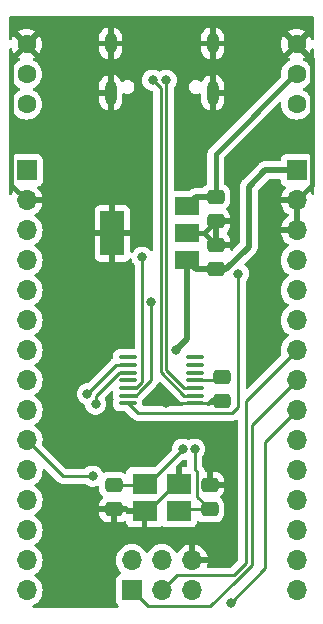
<source format=gbr>
%TF.GenerationSoftware,KiCad,Pcbnew,7.0.10*%
%TF.CreationDate,2024-02-12T16:57:49+10:00*%
%TF.ProjectId,devboard,64657662-6f61-4726-942e-6b696361645f,rev?*%
%TF.SameCoordinates,Original*%
%TF.FileFunction,Copper,L2,Bot*%
%TF.FilePolarity,Positive*%
%FSLAX46Y46*%
G04 Gerber Fmt 4.6, Leading zero omitted, Abs format (unit mm)*
G04 Created by KiCad (PCBNEW 7.0.10) date 2024-02-12 16:57:49*
%MOMM*%
%LPD*%
G01*
G04 APERTURE LIST*
G04 Aperture macros list*
%AMRoundRect*
0 Rectangle with rounded corners*
0 $1 Rounding radius*
0 $2 $3 $4 $5 $6 $7 $8 $9 X,Y pos of 4 corners*
0 Add a 4 corners polygon primitive as box body*
4,1,4,$2,$3,$4,$5,$6,$7,$8,$9,$2,$3,0*
0 Add four circle primitives for the rounded corners*
1,1,$1+$1,$2,$3*
1,1,$1+$1,$4,$5*
1,1,$1+$1,$6,$7*
1,1,$1+$1,$8,$9*
0 Add four rect primitives between the rounded corners*
20,1,$1+$1,$2,$3,$4,$5,0*
20,1,$1+$1,$4,$5,$6,$7,0*
20,1,$1+$1,$6,$7,$8,$9,0*
20,1,$1+$1,$8,$9,$2,$3,0*%
G04 Aperture macros list end*
%TA.AperFunction,ComponentPad*%
%ADD10R,1.700000X1.700000*%
%TD*%
%TA.AperFunction,ComponentPad*%
%ADD11O,1.700000X1.700000*%
%TD*%
%TA.AperFunction,ComponentPad*%
%ADD12C,1.600000*%
%TD*%
%TA.AperFunction,ComponentPad*%
%ADD13O,1.000000X2.100000*%
%TD*%
%TA.AperFunction,ComponentPad*%
%ADD14O,1.000000X1.800000*%
%TD*%
%TA.AperFunction,SMDPad,CuDef*%
%ADD15RoundRect,0.100000X-0.637500X-0.100000X0.637500X-0.100000X0.637500X0.100000X-0.637500X0.100000X0*%
%TD*%
%TA.AperFunction,SMDPad,CuDef*%
%ADD16R,2.100000X1.800000*%
%TD*%
%TA.AperFunction,SMDPad,CuDef*%
%ADD17R,2.000000X1.500000*%
%TD*%
%TA.AperFunction,SMDPad,CuDef*%
%ADD18R,2.000000X3.800000*%
%TD*%
%TA.AperFunction,SMDPad,CuDef*%
%ADD19RoundRect,0.250000X-0.475000X0.337500X-0.475000X-0.337500X0.475000X-0.337500X0.475000X0.337500X0*%
%TD*%
%TA.AperFunction,SMDPad,CuDef*%
%ADD20RoundRect,0.250000X0.475000X-0.337500X0.475000X0.337500X-0.475000X0.337500X-0.475000X-0.337500X0*%
%TD*%
%TA.AperFunction,ViaPad*%
%ADD21C,0.800000*%
%TD*%
%TA.AperFunction,Conductor*%
%ADD22C,0.254000*%
%TD*%
%TA.AperFunction,Conductor*%
%ADD23C,0.381000*%
%TD*%
%TA.AperFunction,Conductor*%
%ADD24C,0.508000*%
%TD*%
%TA.AperFunction,Conductor*%
%ADD25C,0.250000*%
%TD*%
G04 APERTURE END LIST*
D10*
%TO.P,J4,1,Pin_1*%
%TO.N,+3.3V*%
X175260000Y-91445000D03*
D11*
%TO.P,J4,2,Pin_2*%
%TO.N,GND*%
X175260000Y-93985000D03*
%TO.P,J4,3,Pin_3*%
X175260000Y-96525000D03*
%TO.P,J4,4,Pin_4*%
%TO.N,/VIN*%
X175260000Y-99065000D03*
%TO.P,J4,5,Pin_5*%
%TO.N,/AREF*%
X175260000Y-101605000D03*
%TO.P,J4,6,Pin_6*%
%TO.N,/ADC6*%
X175260000Y-104145000D03*
%TO.P,J4,7,Pin_7*%
%TO.N,/SCK*%
X175260000Y-106685000D03*
%TO.P,J4,8,Pin_8*%
%TO.N,/MISO*%
X175260000Y-109225000D03*
%TO.P,J4,9,Pin_9*%
%TO.N,/MOSI*%
X175260000Y-111765000D03*
%TO.P,J4,10,Pin_10*%
%TO.N,/PB2*%
X175260000Y-114305000D03*
%TO.P,J4,11,Pin_11*%
%TO.N,/PB1*%
X175260000Y-116845000D03*
%TO.P,J4,12,Pin_12*%
%TO.N,/PB0*%
X175260000Y-119385000D03*
%TO.P,J4,13,Pin_13*%
%TO.N,/PD7*%
X175260000Y-121925000D03*
%TO.P,J4,14,Pin_14*%
%TO.N,/PD6*%
X175260000Y-124465000D03*
%TO.P,J4,15,Pin_15*%
%TO.N,/PD5*%
X175260000Y-127005000D03*
%TD*%
D10*
%TO.P,J2,1,MISO*%
%TO.N,/MISO*%
X161305000Y-127005000D03*
D11*
%TO.P,J2,2,VCC*%
%TO.N,+3.3V*%
X161305000Y-124465000D03*
%TO.P,J2,3,SCK*%
%TO.N,/SCK*%
X163845000Y-127005000D03*
%TO.P,J2,4,MOSI*%
%TO.N,/MOSI*%
X163845000Y-124465000D03*
%TO.P,J2,5,~{RST}*%
%TO.N,/RST*%
X166385000Y-127005000D03*
%TO.P,J2,6,GND*%
%TO.N,GND*%
X166385000Y-124465000D03*
%TD*%
D12*
%TO.P,SW3,1,A*%
%TO.N,+3.3V*%
X152400000Y-85852000D03*
%TO.P,SW3,2,B*%
%TO.N,/VDD_UART*%
X152400000Y-83312000D03*
%TO.P,SW3,3,C*%
%TO.N,GND*%
X152400000Y-80772000D03*
%TD*%
%TO.P,SW2,1,A*%
%TO.N,/VIN*%
X175260000Y-85852000D03*
%TO.P,SW2,2,B*%
%TO.N,Net-(SW2-B)*%
X175260000Y-83312000D03*
%TO.P,SW2,3,C*%
%TO.N,GND*%
X175260000Y-80772000D03*
%TD*%
D10*
%TO.P,J3,1,Pin_1*%
%TO.N,+3.3V*%
X152400000Y-91445000D03*
D11*
%TO.P,J3,2,Pin_2*%
%TO.N,GND*%
X152400000Y-93985000D03*
%TO.P,J3,3,Pin_3*%
%TO.N,/ADC7*%
X152400000Y-96525000D03*
%TO.P,J3,4,Pin_4*%
%TO.N,/PC0*%
X152400000Y-99065000D03*
%TO.P,J3,5,Pin_5*%
%TO.N,/PC1*%
X152400000Y-101605000D03*
%TO.P,J3,6,Pin_6*%
%TO.N,/PC2*%
X152400000Y-104145000D03*
%TO.P,J3,7,Pin_7*%
%TO.N,/PC3*%
X152400000Y-106685000D03*
%TO.P,J3,8,Pin_8*%
%TO.N,/PC4*%
X152400000Y-109225000D03*
%TO.P,J3,9,Pin_9*%
%TO.N,/PC5*%
X152400000Y-111765000D03*
%TO.P,J3,10,Pin_10*%
%TO.N,/RST*%
X152400000Y-114305000D03*
%TO.P,J3,11,Pin_11*%
%TO.N,/RXD*%
X152400000Y-116845000D03*
%TO.P,J3,12,Pin_12*%
%TO.N,/TXD*%
X152400000Y-119385000D03*
%TO.P,J3,13,Pin_13*%
%TO.N,/PD2*%
X152400000Y-121925000D03*
%TO.P,J3,14,Pin_14*%
%TO.N,/PD3*%
X152400000Y-124465000D03*
%TO.P,J3,15,Pin_15*%
%TO.N,/PD4*%
X152400000Y-127005000D03*
%TD*%
D13*
%TO.P,J1,S1,SHIELD*%
%TO.N,GND*%
X168150000Y-84893000D03*
D14*
X168150000Y-80713000D03*
D13*
X159510000Y-84893000D03*
D14*
X159510000Y-80713000D03*
%TD*%
D15*
%TO.P,U2,1,VDD*%
%TO.N,/VDD_UART*%
X160967500Y-111170000D03*
%TO.P,U2,2,GP0*%
%TO.N,Net-(D3-K)*%
X160967500Y-110520000D03*
%TO.P,U2,3,GP1*%
%TO.N,Net-(D2-K)*%
X160967500Y-109870000D03*
%TO.P,U2,4,~{RST}*%
%TO.N,unconnected-(U2-~{RST}-Pad4)*%
X160967500Y-109220000D03*
%TO.P,U2,5,URx*%
%TO.N,/TXD*%
X160967500Y-108570000D03*
%TO.P,U2,6,UTx*%
%TO.N,/RXD*%
X160967500Y-107920000D03*
%TO.P,U2,7,GP2*%
%TO.N,unconnected-(U2-GP2-Pad7)*%
X160967500Y-107270000D03*
%TO.P,U2,8,GP3*%
%TO.N,unconnected-(U2-GP3-Pad8)*%
X166692500Y-107270000D03*
%TO.P,U2,9,SDA*%
%TO.N,unconnected-(U2-SDA-Pad9)*%
X166692500Y-107920000D03*
%TO.P,U2,10,SCL*%
%TO.N,unconnected-(U2-SCL-Pad10)*%
X166692500Y-108570000D03*
%TO.P,U2,11,VUSB*%
%TO.N,Net-(U2-VUSB)*%
X166692500Y-109220000D03*
%TO.P,U2,12,D-*%
%TO.N,/D-*%
X166692500Y-109870000D03*
%TO.P,U2,13,D+*%
%TO.N,/D+*%
X166692500Y-110520000D03*
%TO.P,U2,14,VSS*%
%TO.N,GND*%
X166692500Y-111170000D03*
%TD*%
D16*
%TO.P,Y1,1,1*%
%TO.N,Net-(U1-XTAL2{slash}PB7)*%
X165280000Y-120276000D03*
%TO.P,Y1,2,2*%
%TO.N,GND*%
X162380000Y-120276000D03*
%TO.P,Y1,3,3*%
%TO.N,Net-(U1-XTAL1{slash}PB6)*%
X162380000Y-117976000D03*
%TO.P,Y1,4,4*%
%TO.N,GND*%
X165280000Y-117976000D03*
%TD*%
D17*
%TO.P,U3,1,VI*%
%TO.N,Net-(SW2-B)*%
X165964000Y-94474000D03*
%TO.P,U3,2,GND*%
%TO.N,GND*%
X165964000Y-96774000D03*
D18*
X159664000Y-96774000D03*
D17*
%TO.P,U3,3,VO*%
%TO.N,+3.3V*%
X165964000Y-99074000D03*
%TD*%
D19*
%TO.P,C2,1*%
%TO.N,GND*%
X167894000Y-118088500D03*
%TO.P,C2,2*%
%TO.N,Net-(U1-XTAL2{slash}PB7)*%
X167894000Y-120163500D03*
%TD*%
%TO.P,C3,1*%
%TO.N,Net-(SW2-B)*%
X168402000Y-93704500D03*
%TO.P,C3,2*%
%TO.N,GND*%
X168402000Y-95779500D03*
%TD*%
%TO.P,C4,1*%
%TO.N,GND*%
X168402000Y-97768500D03*
%TO.P,C4,2*%
%TO.N,+3.3V*%
X168402000Y-99843500D03*
%TD*%
D20*
%TO.P,C1,1*%
%TO.N,GND*%
X159766000Y-120163500D03*
%TO.P,C1,2*%
%TO.N,Net-(U1-XTAL1{slash}PB6)*%
X159766000Y-118088500D03*
%TD*%
%TO.P,C5,1*%
%TO.N,GND*%
X168910000Y-111019500D03*
%TO.P,C5,2*%
%TO.N,Net-(U2-VUSB)*%
X168910000Y-108944500D03*
%TD*%
D21*
%TO.N,GND*%
X164211000Y-111125000D03*
X163703000Y-115316000D03*
%TO.N,Net-(U1-XTAL1{slash}PB6)*%
X165608000Y-115062000D03*
%TO.N,Net-(U1-XTAL2{slash}PB7)*%
X166624000Y-115062000D03*
%TO.N,+3.3V*%
X165030000Y-106699000D03*
%TO.N,Net-(D2-K)*%
X162179000Y-98806000D03*
%TO.N,Net-(D3-K)*%
X162941000Y-102616000D03*
%TO.N,/D+*%
X163068000Y-83820000D03*
%TO.N,/D-*%
X164211000Y-83820000D03*
%TO.N,/MOSI*%
X169672000Y-128078000D03*
%TO.N,/RST*%
X157988000Y-117348000D03*
%TO.N,/VDD_UART*%
X170307000Y-100203000D03*
%TO.N,/RXD*%
X157536520Y-110382423D03*
%TO.N,/TXD*%
X158242000Y-111252000D03*
%TD*%
D22*
%TO.N,/MOSI*%
X172593000Y-114432000D02*
X175260000Y-111765000D01*
X169672000Y-128078000D02*
X172593000Y-125157000D01*
X172593000Y-125157000D02*
X172593000Y-114432000D01*
%TO.N,/MISO*%
X175260000Y-109225000D02*
X171450000Y-113035000D01*
X170114052Y-126184000D02*
X170107000Y-126184000D01*
X171450000Y-113035000D02*
X171450000Y-124848052D01*
X171450000Y-124848052D02*
X170114052Y-126184000D01*
X170107000Y-126184000D02*
X167940000Y-128351000D01*
X167940000Y-128351000D02*
X162651000Y-128351000D01*
X162651000Y-128351000D02*
X161305000Y-127005000D01*
%TO.N,/VDD_UART*%
X161811500Y-112014000D02*
X160967500Y-111170000D01*
X170307000Y-111506000D02*
X169799000Y-112014000D01*
X170307000Y-100203000D02*
X170307000Y-111506000D01*
X169799000Y-112014000D02*
X161811500Y-112014000D01*
D23*
%TO.N,GND*%
X152400000Y-80772000D02*
X151112500Y-82059500D01*
X151112500Y-82059500D02*
X151112500Y-92697500D01*
X151112500Y-92697500D02*
X152400000Y-93985000D01*
X175260000Y-80772000D02*
X176547500Y-82059500D01*
X176547500Y-92697500D02*
X175260000Y-93985000D01*
X176547500Y-82059500D02*
X176547500Y-92697500D01*
X165964000Y-96774000D02*
X167407500Y-96774000D01*
X167407500Y-96774000D02*
X168402000Y-97768500D01*
X167407500Y-96774000D02*
X168402000Y-95779500D01*
D24*
%TO.N,+3.3V*%
X168402000Y-99843500D02*
X169269500Y-99843500D01*
X171196000Y-92837000D02*
X172588000Y-91445000D01*
X169269500Y-99843500D02*
X171196000Y-97917000D01*
X171196000Y-97917000D02*
X171196000Y-92837000D01*
X172588000Y-91445000D02*
X175260000Y-91445000D01*
D25*
%TO.N,GND*%
X165280000Y-117976000D02*
X164980000Y-117976000D01*
X164980000Y-117976000D02*
X162680000Y-120276000D01*
X162680000Y-120276000D02*
X162380000Y-120276000D01*
X164256000Y-111170000D02*
X166692500Y-111170000D01*
D22*
X168759500Y-111170000D02*
X168910000Y-111019500D01*
X166692500Y-111170000D02*
X168759500Y-111170000D01*
D25*
X164211000Y-111125000D02*
X164256000Y-111170000D01*
D22*
%TO.N,Net-(U1-XTAL1{slash}PB6)*%
X162267500Y-118088500D02*
X162380000Y-117976000D01*
X159766000Y-118088500D02*
X162267500Y-118088500D01*
X162694000Y-117976000D02*
X162380000Y-117976000D01*
X165608000Y-115062000D02*
X162694000Y-117976000D01*
%TO.N,Net-(U1-XTAL2{slash}PB7)*%
X166624000Y-116749000D02*
X166842000Y-116967000D01*
X166842000Y-116967000D02*
X166842000Y-119111500D01*
X166842000Y-119111500D02*
X167894000Y-120163500D01*
X165392500Y-120163500D02*
X165280000Y-120276000D01*
X166624000Y-115062000D02*
X166624000Y-116749000D01*
X167894000Y-120163500D02*
X165392500Y-120163500D01*
D23*
%TO.N,Net-(SW2-B)*%
X175133000Y-83312000D02*
X168402000Y-90043000D01*
X168402000Y-90043000D02*
X168402000Y-93704500D01*
D24*
X166733500Y-93704500D02*
X165964000Y-94474000D01*
D23*
X175260000Y-83312000D02*
X175133000Y-83312000D01*
D24*
X168402000Y-93704500D02*
X166733500Y-93704500D01*
%TO.N,+3.3V*%
X168402000Y-99843500D02*
X166733500Y-99843500D01*
X165964000Y-99074000D02*
X165964000Y-105765000D01*
X166733500Y-99843500D02*
X165964000Y-99074000D01*
X165964000Y-105765000D02*
X165030000Y-106699000D01*
D22*
%TO.N,Net-(U2-VUSB)*%
X168634500Y-109220000D02*
X166692500Y-109220000D01*
X168910000Y-108944500D02*
X168634500Y-109220000D01*
%TO.N,Net-(D2-K)*%
X162179000Y-98806000D02*
X162179000Y-109352640D01*
X162179000Y-109352640D02*
X161661640Y-109870000D01*
X161661640Y-109870000D02*
X160967500Y-109870000D01*
%TO.N,Net-(D3-K)*%
X162032000Y-110149640D02*
X162032000Y-110141693D01*
X161661640Y-110520000D02*
X162032000Y-110149640D01*
X162941000Y-109232693D02*
X162941000Y-102616000D01*
X160967500Y-110520000D02*
X161661640Y-110520000D01*
X162032000Y-110141693D02*
X162941000Y-109232693D01*
%TO.N,/D+*%
X163757000Y-84509000D02*
X163757000Y-108516693D01*
X163068000Y-83820000D02*
X163757000Y-84509000D01*
X165760308Y-110520000D02*
X166692500Y-110520000D01*
X163757000Y-108516693D02*
X165760308Y-110520000D01*
%TO.N,/D-*%
X164211000Y-108328640D02*
X165752360Y-109870000D01*
X165752360Y-109870000D02*
X166692500Y-109870000D01*
X164211000Y-83820000D02*
X164211000Y-108328640D01*
%TO.N,/SCK*%
X169926000Y-125730000D02*
X165120000Y-125730000D01*
X175260000Y-106685000D02*
X170942000Y-111003000D01*
X170942000Y-124714000D02*
X169926000Y-125730000D01*
X170942000Y-111003000D02*
X170942000Y-124714000D01*
X165120000Y-125730000D02*
X163845000Y-127005000D01*
%TO.N,/RST*%
X155443000Y-117348000D02*
X152400000Y-114305000D01*
X157988000Y-117348000D02*
X155443000Y-117348000D01*
%TO.N,/RXD*%
X159998943Y-107920000D02*
X160967500Y-107920000D01*
X157536520Y-110382423D02*
X159998943Y-107920000D01*
%TO.N,/TXD*%
X160230001Y-108570000D02*
X160967500Y-108570000D01*
X158242000Y-110558001D02*
X160230001Y-108570000D01*
X158242000Y-111252000D02*
X158242000Y-110558001D01*
%TD*%
%TA.AperFunction,Conductor*%
%TO.N,GND*%
G36*
X176680539Y-78425185D02*
G01*
X176726294Y-78477989D01*
X176737500Y-78529500D01*
X176737500Y-80321414D01*
X176717815Y-80388453D01*
X176665011Y-80434208D01*
X176595853Y-80444152D01*
X176532297Y-80415127D01*
X176494523Y-80356349D01*
X176493725Y-80353508D01*
X176486268Y-80325680D01*
X176486264Y-80325668D01*
X176390136Y-80119521D01*
X176390132Y-80119513D01*
X176339025Y-80046526D01*
X175657953Y-80727598D01*
X175645165Y-80646852D01*
X175587641Y-80533955D01*
X175498045Y-80444359D01*
X175385148Y-80386835D01*
X175304401Y-80374046D01*
X175985472Y-79692974D01*
X175912478Y-79641863D01*
X175706331Y-79545735D01*
X175706317Y-79545730D01*
X175486610Y-79486860D01*
X175486599Y-79486858D01*
X175260002Y-79467034D01*
X175259998Y-79467034D01*
X175033400Y-79486858D01*
X175033389Y-79486860D01*
X174813682Y-79545730D01*
X174813673Y-79545734D01*
X174607516Y-79641866D01*
X174607512Y-79641868D01*
X174534526Y-79692973D01*
X174534526Y-79692974D01*
X175215599Y-80374046D01*
X175134852Y-80386835D01*
X175021955Y-80444359D01*
X174932359Y-80533955D01*
X174874835Y-80646852D01*
X174862046Y-80727598D01*
X174180974Y-80046526D01*
X174180973Y-80046526D01*
X174129868Y-80119512D01*
X174129866Y-80119516D01*
X174033734Y-80325673D01*
X174033730Y-80325682D01*
X173974860Y-80545389D01*
X173974858Y-80545400D01*
X173955034Y-80771997D01*
X173955034Y-80772002D01*
X173974858Y-80998599D01*
X173974860Y-80998610D01*
X174033730Y-81218317D01*
X174033735Y-81218331D01*
X174129863Y-81424478D01*
X174180974Y-81497472D01*
X174862046Y-80816400D01*
X174874835Y-80897148D01*
X174932359Y-81010045D01*
X175021955Y-81099641D01*
X175134852Y-81157165D01*
X175215599Y-81169953D01*
X174534526Y-81851025D01*
X174607513Y-81902132D01*
X174607521Y-81902136D01*
X174665864Y-81929342D01*
X174718304Y-81975514D01*
X174737456Y-82042707D01*
X174717241Y-82109589D01*
X174665866Y-82154105D01*
X174607272Y-82181428D01*
X174607265Y-82181432D01*
X174420858Y-82311954D01*
X174259954Y-82472858D01*
X174129432Y-82659265D01*
X174129431Y-82659267D01*
X174033261Y-82865502D01*
X174033258Y-82865511D01*
X173974366Y-83085302D01*
X173974364Y-83085313D01*
X173954532Y-83311998D01*
X173954532Y-83312002D01*
X173965682Y-83439453D01*
X173951915Y-83507953D01*
X173929835Y-83537941D01*
X167930804Y-89536972D01*
X167925352Y-89542104D01*
X167880986Y-89581410D01*
X167880976Y-89581421D01*
X167847298Y-89630212D01*
X167842861Y-89636243D01*
X167806312Y-89682894D01*
X167806311Y-89682896D01*
X167802271Y-89691873D01*
X167791253Y-89711408D01*
X167785655Y-89719519D01*
X167764632Y-89774949D01*
X167761768Y-89781865D01*
X167737442Y-89835916D01*
X167735666Y-89845606D01*
X167729645Y-89867203D01*
X167726152Y-89876414D01*
X167726152Y-89876415D01*
X167719006Y-89935265D01*
X167717879Y-89942667D01*
X167707195Y-90000969D01*
X167707195Y-90000972D01*
X167710774Y-90060137D01*
X167711000Y-90067624D01*
X167711000Y-92558403D01*
X167691315Y-92625442D01*
X167638511Y-92671197D01*
X167626006Y-92676108D01*
X167607668Y-92682184D01*
X167458342Y-92774289D01*
X167334289Y-92898342D01*
X167330678Y-92902910D01*
X167273656Y-92943287D01*
X167233411Y-92950000D01*
X166797492Y-92950000D01*
X166779523Y-92948691D01*
X166755589Y-92945185D01*
X166710495Y-92949131D01*
X166705957Y-92949528D01*
X166695153Y-92950000D01*
X166689555Y-92950000D01*
X166658591Y-92953619D01*
X166655004Y-92953985D01*
X166579893Y-92960556D01*
X166572819Y-92962017D01*
X166572808Y-92961965D01*
X166565332Y-92963622D01*
X166565345Y-92963674D01*
X166558312Y-92965340D01*
X166487425Y-92991139D01*
X166484025Y-92992321D01*
X166412462Y-93016036D01*
X166405920Y-93019087D01*
X166405897Y-93019039D01*
X166399007Y-93022375D01*
X166399031Y-93022422D01*
X166392576Y-93025663D01*
X166329567Y-93067104D01*
X166326530Y-93069039D01*
X166262346Y-93108630D01*
X166256679Y-93113111D01*
X166256646Y-93113069D01*
X166250714Y-93117901D01*
X166250748Y-93117942D01*
X166245212Y-93122587D01*
X166193444Y-93177456D01*
X166190933Y-93180041D01*
X166183793Y-93187181D01*
X166122470Y-93220666D01*
X166096112Y-93223500D01*
X164962500Y-93223500D01*
X164895461Y-93203815D01*
X164849706Y-93151011D01*
X164838500Y-93099500D01*
X164838500Y-84516465D01*
X164858185Y-84449426D01*
X164870343Y-84433500D01*
X164906809Y-84393001D01*
X166135500Y-84393001D01*
X166155415Y-84544278D01*
X166155416Y-84544280D01*
X166213806Y-84685247D01*
X166213807Y-84685249D01*
X166213808Y-84685250D01*
X166306696Y-84806304D01*
X166427750Y-84899192D01*
X166427751Y-84899192D01*
X166427752Y-84899193D01*
X166459686Y-84912420D01*
X166568720Y-84957584D01*
X166625370Y-84965042D01*
X166682019Y-84972500D01*
X166682020Y-84972500D01*
X166757981Y-84972500D01*
X166795746Y-84967528D01*
X166871280Y-84957584D01*
X166978548Y-84913151D01*
X167048016Y-84905683D01*
X167110496Y-84936958D01*
X167146148Y-84997047D01*
X167150000Y-85027713D01*
X167150000Y-85493713D01*
X167165418Y-85645338D01*
X167226299Y-85839381D01*
X167226304Y-85839391D01*
X167325005Y-86017215D01*
X167325005Y-86017216D01*
X167457478Y-86171530D01*
X167457479Y-86171531D01*
X167618304Y-86296018D01*
X167800907Y-86385589D01*
X167900000Y-86411244D01*
X167900000Y-85609110D01*
X167924457Y-85648610D01*
X168013962Y-85716201D01*
X168121840Y-85746895D01*
X168233521Y-85736546D01*
X168333922Y-85686552D01*
X168400000Y-85614069D01*
X168400000Y-86416366D01*
X168401944Y-86416069D01*
X168401945Y-86416069D01*
X168592660Y-86345436D01*
X168592664Y-86345434D01*
X168765267Y-86237850D01*
X168912668Y-86097735D01*
X168912669Y-86097733D01*
X169028856Y-85930804D01*
X169109059Y-85743907D01*
X169150000Y-85544690D01*
X169150000Y-85143000D01*
X168450000Y-85143000D01*
X168450000Y-84643000D01*
X169150000Y-84643000D01*
X169150000Y-84292286D01*
X169134581Y-84140661D01*
X169073700Y-83946618D01*
X169073695Y-83946608D01*
X168974994Y-83768784D01*
X168974994Y-83768783D01*
X168842521Y-83614469D01*
X168842520Y-83614468D01*
X168681695Y-83489981D01*
X168499093Y-83400411D01*
X168400000Y-83374753D01*
X168400000Y-84176889D01*
X168375543Y-84137390D01*
X168286038Y-84069799D01*
X168178160Y-84039105D01*
X168066479Y-84049454D01*
X167966078Y-84099448D01*
X167900000Y-84171930D01*
X167900000Y-83369633D01*
X167898053Y-83369931D01*
X167898047Y-83369933D01*
X167707342Y-83440562D01*
X167707335Y-83440565D01*
X167534732Y-83548149D01*
X167387331Y-83688264D01*
X167387330Y-83688266D01*
X167271143Y-83855196D01*
X167259704Y-83881852D01*
X167215177Y-83935695D01*
X167148608Y-83956917D01*
X167081133Y-83938781D01*
X167070268Y-83931326D01*
X167012250Y-83886808D01*
X167012247Y-83886806D01*
X166871280Y-83828416D01*
X166871278Y-83828415D01*
X166757981Y-83813500D01*
X166757980Y-83813500D01*
X166682020Y-83813500D01*
X166682019Y-83813500D01*
X166568721Y-83828415D01*
X166568719Y-83828416D01*
X166427752Y-83886806D01*
X166306696Y-83979696D01*
X166213806Y-84100752D01*
X166155416Y-84241719D01*
X166155415Y-84241721D01*
X166135500Y-84392998D01*
X166135500Y-84393001D01*
X164906809Y-84393001D01*
X164943533Y-84352216D01*
X165038179Y-84188284D01*
X165096674Y-84008256D01*
X165116460Y-83820000D01*
X165096674Y-83631744D01*
X165038179Y-83451716D01*
X164943533Y-83287784D01*
X164816871Y-83147112D01*
X164782500Y-83122140D01*
X164663734Y-83035851D01*
X164663729Y-83035848D01*
X164490807Y-82958857D01*
X164490802Y-82958855D01*
X164338677Y-82926521D01*
X164305646Y-82919500D01*
X164116354Y-82919500D01*
X164083897Y-82926398D01*
X163931197Y-82958855D01*
X163931192Y-82958857D01*
X163758270Y-83035848D01*
X163758266Y-83035851D01*
X163712384Y-83069186D01*
X163646578Y-83092665D01*
X163578524Y-83076839D01*
X163566616Y-83069186D01*
X163520733Y-83035851D01*
X163520729Y-83035848D01*
X163347807Y-82958857D01*
X163347802Y-82958855D01*
X163195677Y-82926521D01*
X163162646Y-82919500D01*
X162973354Y-82919500D01*
X162940897Y-82926398D01*
X162788197Y-82958855D01*
X162788192Y-82958857D01*
X162615270Y-83035848D01*
X162615265Y-83035851D01*
X162462129Y-83147111D01*
X162335466Y-83287785D01*
X162240821Y-83451715D01*
X162240818Y-83451722D01*
X162187939Y-83614468D01*
X162182326Y-83631744D01*
X162162540Y-83820000D01*
X162182326Y-84008256D01*
X162182327Y-84008259D01*
X162240818Y-84188277D01*
X162240821Y-84188284D01*
X162335467Y-84352216D01*
X162441177Y-84469618D01*
X162462129Y-84492888D01*
X162615265Y-84604148D01*
X162615270Y-84604151D01*
X162788192Y-84681142D01*
X162788197Y-84681144D01*
X162973354Y-84720500D01*
X163005500Y-84720500D01*
X163072539Y-84740185D01*
X163118294Y-84792989D01*
X163129500Y-84844500D01*
X163129500Y-98192830D01*
X163109815Y-98259869D01*
X163057011Y-98305624D01*
X162987853Y-98315568D01*
X162924297Y-98286543D01*
X162913350Y-98275802D01*
X162784870Y-98133111D01*
X162631734Y-98021851D01*
X162631729Y-98021848D01*
X162458807Y-97944857D01*
X162458802Y-97944855D01*
X162313001Y-97913865D01*
X162273646Y-97905500D01*
X162084354Y-97905500D01*
X162051897Y-97912398D01*
X161899197Y-97944855D01*
X161899192Y-97944857D01*
X161726270Y-98021848D01*
X161726265Y-98021851D01*
X161573129Y-98133111D01*
X161446466Y-98273785D01*
X161395387Y-98362257D01*
X161344820Y-98410472D01*
X161276213Y-98423696D01*
X161211348Y-98397728D01*
X161170820Y-98340814D01*
X161164000Y-98300257D01*
X161164000Y-97024000D01*
X159914000Y-97024000D01*
X159914000Y-99174000D01*
X160711828Y-99174000D01*
X160711844Y-99173999D01*
X160771372Y-99167598D01*
X160771379Y-99167596D01*
X160906086Y-99117354D01*
X160906093Y-99117350D01*
X161021186Y-99031191D01*
X161076023Y-98957939D01*
X161131957Y-98916068D01*
X161201649Y-98911084D01*
X161262972Y-98944569D01*
X161293221Y-98993932D01*
X161351818Y-99174278D01*
X161351821Y-99174284D01*
X161424910Y-99300879D01*
X161446467Y-99338216D01*
X161519650Y-99419493D01*
X161549880Y-99482484D01*
X161551500Y-99502465D01*
X161551500Y-106445500D01*
X161531815Y-106512539D01*
X161479011Y-106558294D01*
X161427500Y-106569500D01*
X160290636Y-106569500D01*
X160173246Y-106584953D01*
X160173237Y-106584956D01*
X160027160Y-106645463D01*
X159901718Y-106741718D01*
X159805463Y-106867160D01*
X159744956Y-107013237D01*
X159744955Y-107013239D01*
X159729501Y-107130629D01*
X159729501Y-107130636D01*
X159729500Y-107130645D01*
X159729500Y-107276947D01*
X159709815Y-107343986D01*
X159678383Y-107377267D01*
X159658770Y-107391516D01*
X159649009Y-107397927D01*
X159611289Y-107420234D01*
X159597049Y-107434474D01*
X159582263Y-107447102D01*
X159565976Y-107458936D01*
X159538033Y-107492712D01*
X159530172Y-107501350D01*
X157585920Y-109445604D01*
X157524597Y-109479089D01*
X157498239Y-109481923D01*
X157441874Y-109481923D01*
X157409417Y-109488821D01*
X157256717Y-109521278D01*
X157256712Y-109521280D01*
X157083790Y-109598271D01*
X157083785Y-109598274D01*
X156930649Y-109709534D01*
X156803986Y-109850208D01*
X156709341Y-110014138D01*
X156709338Y-110014145D01*
X156650847Y-110194163D01*
X156650846Y-110194167D01*
X156631060Y-110382423D01*
X156650846Y-110570679D01*
X156650847Y-110570682D01*
X156709338Y-110750700D01*
X156709341Y-110750707D01*
X156803987Y-110914639D01*
X156908433Y-111030638D01*
X156930649Y-111055311D01*
X157083785Y-111166571D01*
X157083790Y-111166574D01*
X157256713Y-111243566D01*
X157261851Y-111245235D01*
X157319529Y-111284669D01*
X157346731Y-111349026D01*
X157346861Y-111350205D01*
X157356326Y-111440256D01*
X157356327Y-111440259D01*
X157414818Y-111620277D01*
X157414821Y-111620284D01*
X157509467Y-111784216D01*
X157619859Y-111906818D01*
X157636129Y-111924888D01*
X157789265Y-112036148D01*
X157789270Y-112036151D01*
X157962192Y-112113142D01*
X157962197Y-112113144D01*
X158147354Y-112152500D01*
X158147355Y-112152500D01*
X158336644Y-112152500D01*
X158336646Y-112152500D01*
X158521803Y-112113144D01*
X158694730Y-112036151D01*
X158847871Y-111924888D01*
X158974533Y-111784216D01*
X159069179Y-111620284D01*
X159127674Y-111440256D01*
X159147460Y-111252000D01*
X159127674Y-111063744D01*
X159069179Y-110883716D01*
X159069176Y-110883710D01*
X159019582Y-110797810D01*
X159003109Y-110729910D01*
X159025962Y-110663883D01*
X159039282Y-110648136D01*
X159535291Y-110152127D01*
X159596612Y-110118644D01*
X159666304Y-110123628D01*
X159722237Y-110165500D01*
X159746654Y-110230964D01*
X159745909Y-110255995D01*
X159729500Y-110380638D01*
X159729500Y-110659363D01*
X159744953Y-110776753D01*
X159744957Y-110776765D01*
X159753566Y-110797550D01*
X159761033Y-110867019D01*
X159753566Y-110892450D01*
X159744957Y-110913234D01*
X159744955Y-110913239D01*
X159729500Y-111030638D01*
X159729500Y-111309363D01*
X159744953Y-111426753D01*
X159744956Y-111426762D01*
X159805464Y-111572841D01*
X159901718Y-111698282D01*
X160027159Y-111794536D01*
X160173238Y-111855044D01*
X160290639Y-111870500D01*
X160729218Y-111870499D01*
X160796257Y-111890183D01*
X160816899Y-111906818D01*
X161309124Y-112399043D01*
X161318971Y-112411333D01*
X161319189Y-112411154D01*
X161324157Y-112417159D01*
X161324159Y-112417161D01*
X161324160Y-112417162D01*
X161351498Y-112442834D01*
X161373346Y-112463351D01*
X161376143Y-112466062D01*
X161395707Y-112485626D01*
X161398885Y-112488090D01*
X161407781Y-112495687D01*
X161439735Y-112525695D01*
X161439737Y-112525696D01*
X161457367Y-112535387D01*
X161473635Y-112546072D01*
X161489538Y-112558408D01*
X161489540Y-112558409D01*
X161489542Y-112558410D01*
X161509442Y-112567021D01*
X161529760Y-112575813D01*
X161540249Y-112580951D01*
X161578666Y-112602072D01*
X161598167Y-112607079D01*
X161616561Y-112613376D01*
X161635041Y-112621373D01*
X161678341Y-112628230D01*
X161689748Y-112630592D01*
X161732228Y-112641500D01*
X161752359Y-112641500D01*
X161771756Y-112643026D01*
X161791633Y-112646175D01*
X161831708Y-112642386D01*
X161835270Y-112642050D01*
X161846939Y-112641500D01*
X169716033Y-112641500D01*
X169731681Y-112643227D01*
X169731708Y-112642946D01*
X169739475Y-112643680D01*
X169739476Y-112643679D01*
X169739477Y-112643680D01*
X169806919Y-112641561D01*
X169810813Y-112641500D01*
X169838472Y-112641500D01*
X169838476Y-112641500D01*
X169842474Y-112640994D01*
X169854114Y-112640077D01*
X169897943Y-112638701D01*
X169917272Y-112633084D01*
X169936328Y-112629137D01*
X169956293Y-112626616D01*
X169997055Y-112610476D01*
X170008092Y-112606698D01*
X170050191Y-112594468D01*
X170067515Y-112584221D01*
X170084983Y-112575663D01*
X170103703Y-112568253D01*
X170117253Y-112558408D01*
X170117611Y-112558148D01*
X170183416Y-112534665D01*
X170251471Y-112550488D01*
X170300168Y-112600592D01*
X170314500Y-112658463D01*
X170314500Y-124402719D01*
X170294815Y-124469758D01*
X170278181Y-124490400D01*
X169702400Y-125066181D01*
X169641077Y-125099666D01*
X169614719Y-125102500D01*
X167771930Y-125102500D01*
X167704891Y-125082815D01*
X167659136Y-125030011D01*
X167649192Y-124960853D01*
X167657248Y-124933815D01*
X167656581Y-124933572D01*
X167658432Y-124928486D01*
X167715636Y-124715000D01*
X166818686Y-124715000D01*
X166844493Y-124674844D01*
X166885000Y-124536889D01*
X166885000Y-124393111D01*
X166844493Y-124255156D01*
X166818686Y-124215000D01*
X167715636Y-124215000D01*
X167715635Y-124214999D01*
X167658432Y-124001513D01*
X167658429Y-124001507D01*
X167558600Y-123787422D01*
X167558599Y-123787420D01*
X167423113Y-123593926D01*
X167423108Y-123593920D01*
X167256082Y-123426894D01*
X167062578Y-123291399D01*
X166848492Y-123191570D01*
X166848486Y-123191567D01*
X166635000Y-123134364D01*
X166635000Y-124029498D01*
X166527315Y-123980320D01*
X166420763Y-123965000D01*
X166349237Y-123965000D01*
X166242685Y-123980320D01*
X166135000Y-124029498D01*
X166135000Y-123134364D01*
X166134999Y-123134364D01*
X165921513Y-123191567D01*
X165921507Y-123191570D01*
X165707422Y-123291399D01*
X165707420Y-123291400D01*
X165513926Y-123426886D01*
X165513920Y-123426891D01*
X165346891Y-123593920D01*
X165346890Y-123593922D01*
X165216880Y-123779595D01*
X165162303Y-123823219D01*
X165092804Y-123830412D01*
X165030450Y-123798890D01*
X165013730Y-123779594D01*
X164883494Y-123593597D01*
X164716402Y-123426506D01*
X164716395Y-123426501D01*
X164522834Y-123290967D01*
X164522830Y-123290965D01*
X164522828Y-123290964D01*
X164308663Y-123191097D01*
X164308659Y-123191096D01*
X164308655Y-123191094D01*
X164080413Y-123129938D01*
X164080403Y-123129936D01*
X163845001Y-123109341D01*
X163844999Y-123109341D01*
X163609596Y-123129936D01*
X163609586Y-123129938D01*
X163381344Y-123191094D01*
X163381335Y-123191098D01*
X163167171Y-123290964D01*
X163167169Y-123290965D01*
X162973597Y-123426505D01*
X162806505Y-123593597D01*
X162676575Y-123779158D01*
X162621998Y-123822783D01*
X162552500Y-123829977D01*
X162490145Y-123798454D01*
X162473425Y-123779158D01*
X162343494Y-123593597D01*
X162176402Y-123426506D01*
X162176395Y-123426501D01*
X161982834Y-123290967D01*
X161982830Y-123290965D01*
X161982828Y-123290964D01*
X161768663Y-123191097D01*
X161768659Y-123191096D01*
X161768655Y-123191094D01*
X161540413Y-123129938D01*
X161540403Y-123129936D01*
X161305001Y-123109341D01*
X161304999Y-123109341D01*
X161069596Y-123129936D01*
X161069586Y-123129938D01*
X160841344Y-123191094D01*
X160841335Y-123191098D01*
X160627171Y-123290964D01*
X160627169Y-123290965D01*
X160433597Y-123426505D01*
X160266505Y-123593597D01*
X160130965Y-123787169D01*
X160130964Y-123787171D01*
X160031098Y-124001335D01*
X160031094Y-124001344D01*
X159969938Y-124229586D01*
X159969936Y-124229596D01*
X159949341Y-124464999D01*
X159949341Y-124465000D01*
X159969936Y-124700403D01*
X159969938Y-124700413D01*
X160031094Y-124928655D01*
X160031096Y-124928659D01*
X160031097Y-124928663D01*
X160110837Y-125099666D01*
X160130965Y-125142830D01*
X160130967Y-125142834D01*
X160230086Y-125284389D01*
X160266501Y-125336396D01*
X160266506Y-125336402D01*
X160388430Y-125458326D01*
X160421915Y-125519649D01*
X160416931Y-125589341D01*
X160375059Y-125645274D01*
X160344083Y-125662189D01*
X160212669Y-125711203D01*
X160212664Y-125711206D01*
X160097455Y-125797452D01*
X160097452Y-125797455D01*
X160011206Y-125912664D01*
X160011202Y-125912671D01*
X159960908Y-126047517D01*
X159954501Y-126107116D01*
X159954500Y-126107135D01*
X159954500Y-127902870D01*
X159954501Y-127902876D01*
X159960908Y-127962483D01*
X160011202Y-128097328D01*
X160011206Y-128097335D01*
X160097452Y-128212544D01*
X160097455Y-128212547D01*
X160153141Y-128254234D01*
X160195012Y-128310168D01*
X160199996Y-128379859D01*
X160166510Y-128441182D01*
X160105187Y-128474666D01*
X160078830Y-128477500D01*
X152997097Y-128477500D01*
X152930058Y-128457815D01*
X152884303Y-128405011D01*
X152874359Y-128335853D01*
X152903384Y-128272297D01*
X152944690Y-128241119D01*
X153077830Y-128179035D01*
X153271401Y-128043495D01*
X153438495Y-127876401D01*
X153574035Y-127682830D01*
X153673903Y-127468663D01*
X153735063Y-127240408D01*
X153755659Y-127005000D01*
X153735063Y-126769592D01*
X153673903Y-126541337D01*
X153574035Y-126327171D01*
X153438495Y-126133599D01*
X153438494Y-126133597D01*
X153271402Y-125966506D01*
X153271396Y-125966501D01*
X153085842Y-125836575D01*
X153042217Y-125781998D01*
X153035023Y-125712500D01*
X153066546Y-125650145D01*
X153085842Y-125633425D01*
X153108026Y-125617891D01*
X153271401Y-125503495D01*
X153438495Y-125336401D01*
X153574035Y-125142830D01*
X153673903Y-124928663D01*
X153735063Y-124700408D01*
X153755659Y-124465000D01*
X153735063Y-124229592D01*
X153673903Y-124001337D01*
X153574035Y-123787171D01*
X153568731Y-123779595D01*
X153438494Y-123593597D01*
X153271402Y-123426506D01*
X153271396Y-123426501D01*
X153085842Y-123296575D01*
X153042217Y-123241998D01*
X153035023Y-123172500D01*
X153066546Y-123110145D01*
X153085842Y-123093425D01*
X153108026Y-123077891D01*
X153271401Y-122963495D01*
X153438495Y-122796401D01*
X153574035Y-122602830D01*
X153673903Y-122388663D01*
X153735063Y-122160408D01*
X153755659Y-121925000D01*
X153735063Y-121689592D01*
X153673903Y-121461337D01*
X153574035Y-121247171D01*
X153569714Y-121240999D01*
X153438494Y-121053597D01*
X153271402Y-120886506D01*
X153271396Y-120886501D01*
X153085842Y-120756575D01*
X153042217Y-120701998D01*
X153035023Y-120632500D01*
X153066546Y-120570145D01*
X153085842Y-120553425D01*
X153153122Y-120506315D01*
X153271401Y-120423495D01*
X153281396Y-120413500D01*
X158541001Y-120413500D01*
X158541001Y-120550986D01*
X158551494Y-120653697D01*
X158606641Y-120820119D01*
X158606643Y-120820124D01*
X158698684Y-120969345D01*
X158822654Y-121093315D01*
X158971875Y-121185356D01*
X158971880Y-121185358D01*
X159138302Y-121240505D01*
X159138309Y-121240506D01*
X159241019Y-121250999D01*
X159515999Y-121250999D01*
X159516000Y-121250998D01*
X159516000Y-120413500D01*
X160016000Y-120413500D01*
X160016000Y-121250999D01*
X160290972Y-121250999D01*
X160290986Y-121250998D01*
X160393697Y-121240505D01*
X160560119Y-121185358D01*
X160560126Y-121185355D01*
X160641969Y-121134873D01*
X160709361Y-121116432D01*
X160776025Y-121137354D01*
X160820795Y-121190995D01*
X160830356Y-121227153D01*
X160836401Y-121283373D01*
X160836403Y-121283379D01*
X160886645Y-121418086D01*
X160886649Y-121418093D01*
X160972809Y-121533187D01*
X160972812Y-121533190D01*
X161087906Y-121619350D01*
X161087913Y-121619354D01*
X161222620Y-121669596D01*
X161222627Y-121669598D01*
X161282155Y-121675999D01*
X161282172Y-121676000D01*
X162130000Y-121676000D01*
X162130000Y-120526000D01*
X160911000Y-120526000D01*
X160843961Y-120506315D01*
X160798206Y-120453511D01*
X160790197Y-120416697D01*
X160787000Y-120413500D01*
X160016000Y-120413500D01*
X159516000Y-120413500D01*
X158541001Y-120413500D01*
X153281396Y-120413500D01*
X153438495Y-120256401D01*
X153574035Y-120062830D01*
X153673903Y-119848663D01*
X153735063Y-119620408D01*
X153755659Y-119385000D01*
X153753266Y-119357654D01*
X153742386Y-119233289D01*
X153735063Y-119149592D01*
X153673903Y-118921337D01*
X153574035Y-118707171D01*
X153484149Y-118578799D01*
X153438494Y-118513597D01*
X153271402Y-118346506D01*
X153271396Y-118346501D01*
X153085842Y-118216575D01*
X153042217Y-118161998D01*
X153035023Y-118092500D01*
X153066546Y-118030145D01*
X153085842Y-118013425D01*
X153133329Y-117980174D01*
X153271401Y-117883495D01*
X153438495Y-117716401D01*
X153574035Y-117522830D01*
X153673903Y-117308663D01*
X153735063Y-117080408D01*
X153755659Y-116845000D01*
X153755659Y-116844999D01*
X153756131Y-116839606D01*
X153757913Y-116839761D01*
X153775344Y-116780401D01*
X153828148Y-116734646D01*
X153897306Y-116724702D01*
X153960862Y-116753727D01*
X153967340Y-116759759D01*
X154940624Y-117733043D01*
X154950471Y-117745333D01*
X154950689Y-117745154D01*
X154955657Y-117751159D01*
X155004846Y-117797351D01*
X155007643Y-117800062D01*
X155027207Y-117819626D01*
X155030385Y-117822090D01*
X155039279Y-117829685D01*
X155057542Y-117846836D01*
X155071235Y-117859695D01*
X155071237Y-117859696D01*
X155088867Y-117869387D01*
X155105135Y-117880072D01*
X155121038Y-117892408D01*
X155161262Y-117909814D01*
X155171754Y-117914954D01*
X155210158Y-117936068D01*
X155210160Y-117936069D01*
X155210166Y-117936072D01*
X155229240Y-117940969D01*
X155229660Y-117941077D01*
X155248064Y-117947377D01*
X155266542Y-117955374D01*
X155309851Y-117962233D01*
X155321258Y-117964595D01*
X155363728Y-117975500D01*
X155383858Y-117975500D01*
X155403257Y-117977027D01*
X155423133Y-117980175D01*
X155462928Y-117976413D01*
X155466770Y-117976050D01*
X155478439Y-117975500D01*
X157286053Y-117975500D01*
X157353092Y-117995185D01*
X157378199Y-118016523D01*
X157380461Y-118019035D01*
X157382132Y-118020891D01*
X157382135Y-118020893D01*
X157535265Y-118132148D01*
X157535270Y-118132151D01*
X157708192Y-118209142D01*
X157708197Y-118209144D01*
X157893354Y-118248500D01*
X157893355Y-118248500D01*
X158082644Y-118248500D01*
X158082646Y-118248500D01*
X158267803Y-118209144D01*
X158366064Y-118165395D01*
X158435314Y-118156110D01*
X158498590Y-118185738D01*
X158535804Y-118244872D01*
X158540500Y-118278673D01*
X158540500Y-118476000D01*
X158540501Y-118476019D01*
X158551000Y-118578796D01*
X158551001Y-118578799D01*
X158593539Y-118707169D01*
X158606186Y-118745334D01*
X158698288Y-118894656D01*
X158822344Y-119018712D01*
X158824700Y-119020165D01*
X158825653Y-119020753D01*
X158827445Y-119022746D01*
X158828011Y-119023193D01*
X158827934Y-119023289D01*
X158872379Y-119072699D01*
X158883603Y-119141661D01*
X158855761Y-119205744D01*
X158825665Y-119231826D01*
X158822660Y-119233679D01*
X158822655Y-119233683D01*
X158698684Y-119357654D01*
X158606643Y-119506875D01*
X158606641Y-119506880D01*
X158551494Y-119673302D01*
X158551493Y-119673309D01*
X158541000Y-119776013D01*
X158541000Y-119913500D01*
X160910000Y-119913500D01*
X160977039Y-119933185D01*
X161022794Y-119985989D01*
X161030802Y-120022802D01*
X161034000Y-120026000D01*
X162506000Y-120026000D01*
X162573039Y-120045685D01*
X162618794Y-120098489D01*
X162630000Y-120150000D01*
X162630000Y-121676000D01*
X163477828Y-121676000D01*
X163477844Y-121675999D01*
X163537372Y-121669598D01*
X163537379Y-121669596D01*
X163672086Y-121619354D01*
X163672089Y-121619352D01*
X163755271Y-121557082D01*
X163820735Y-121532664D01*
X163889008Y-121547515D01*
X163903887Y-121557077D01*
X163987076Y-121619352D01*
X163987668Y-121619795D01*
X163987671Y-121619797D01*
X164122517Y-121670091D01*
X164122516Y-121670091D01*
X164129444Y-121670835D01*
X164182127Y-121676500D01*
X166377872Y-121676499D01*
X166437483Y-121670091D01*
X166572331Y-121619796D01*
X166687546Y-121533546D01*
X166773796Y-121418331D01*
X166824091Y-121283483D01*
X166830056Y-121227994D01*
X166856793Y-121163448D01*
X166914185Y-121123599D01*
X166984010Y-121121105D01*
X167018437Y-121135711D01*
X167099666Y-121185814D01*
X167266203Y-121240999D01*
X167368991Y-121251500D01*
X168419008Y-121251499D01*
X168419016Y-121251498D01*
X168419019Y-121251498D01*
X168475302Y-121245748D01*
X168521797Y-121240999D01*
X168688334Y-121185814D01*
X168837656Y-121093712D01*
X168961712Y-120969656D01*
X169053814Y-120820334D01*
X169108999Y-120653797D01*
X169119500Y-120551009D01*
X169119499Y-119775992D01*
X169108999Y-119673203D01*
X169053814Y-119506666D01*
X168961712Y-119357344D01*
X168837656Y-119233288D01*
X168834342Y-119231243D01*
X168832546Y-119229248D01*
X168831989Y-119228807D01*
X168832064Y-119228711D01*
X168787618Y-119179297D01*
X168776397Y-119110334D01*
X168804240Y-119046252D01*
X168834348Y-119020165D01*
X168837342Y-119018318D01*
X168961315Y-118894345D01*
X169053356Y-118745124D01*
X169053358Y-118745119D01*
X169108505Y-118578697D01*
X169108506Y-118578690D01*
X169118999Y-118475986D01*
X169119000Y-118475973D01*
X169119000Y-118338500D01*
X167593500Y-118338500D01*
X167526461Y-118318815D01*
X167480706Y-118266011D01*
X167469500Y-118214500D01*
X167469500Y-117962500D01*
X167489185Y-117895461D01*
X167541989Y-117849706D01*
X167593500Y-117838500D01*
X167644000Y-117838500D01*
X167644000Y-117001000D01*
X168144000Y-117001000D01*
X168144000Y-117838500D01*
X169118999Y-117838500D01*
X169118999Y-117701028D01*
X169118998Y-117701013D01*
X169108505Y-117598302D01*
X169053358Y-117431880D01*
X169053356Y-117431875D01*
X168961315Y-117282654D01*
X168837345Y-117158684D01*
X168688124Y-117066643D01*
X168688119Y-117066641D01*
X168521697Y-117011494D01*
X168521690Y-117011493D01*
X168418986Y-117001000D01*
X168144000Y-117001000D01*
X167644000Y-117001000D01*
X167591043Y-117001000D01*
X167524004Y-116981315D01*
X167478249Y-116928511D01*
X167467104Y-116880892D01*
X167466701Y-116868058D01*
X167461080Y-116848711D01*
X167457137Y-116829665D01*
X167454616Y-116809707D01*
X167438480Y-116768952D01*
X167434702Y-116757916D01*
X167422469Y-116715809D01*
X167412213Y-116698467D01*
X167403662Y-116681010D01*
X167396253Y-116662297D01*
X167370485Y-116626831D01*
X167364080Y-116617080D01*
X167341764Y-116579345D01*
X167341760Y-116579340D01*
X167327531Y-116565112D01*
X167314896Y-116550320D01*
X167303063Y-116534033D01*
X167303060Y-116534031D01*
X167303060Y-116534030D01*
X167303058Y-116534028D01*
X167296455Y-116528565D01*
X167257350Y-116470664D01*
X167251500Y-116433025D01*
X167251500Y-115758465D01*
X167271185Y-115691426D01*
X167283343Y-115675500D01*
X167356533Y-115594216D01*
X167451179Y-115430284D01*
X167509674Y-115250256D01*
X167529460Y-115062000D01*
X167509674Y-114873744D01*
X167451179Y-114693716D01*
X167356533Y-114529784D01*
X167229871Y-114389112D01*
X167229870Y-114389111D01*
X167076734Y-114277851D01*
X167076729Y-114277848D01*
X166903807Y-114200857D01*
X166903802Y-114200855D01*
X166758001Y-114169865D01*
X166718646Y-114161500D01*
X166529354Y-114161500D01*
X166496897Y-114168398D01*
X166344197Y-114200855D01*
X166344192Y-114200857D01*
X166166436Y-114280001D01*
X166097186Y-114289286D01*
X166065564Y-114280001D01*
X165887807Y-114200857D01*
X165887802Y-114200855D01*
X165742001Y-114169865D01*
X165702646Y-114161500D01*
X165513354Y-114161500D01*
X165480897Y-114168398D01*
X165328197Y-114200855D01*
X165328192Y-114200857D01*
X165155270Y-114277848D01*
X165155265Y-114277851D01*
X165002129Y-114389111D01*
X164875466Y-114529785D01*
X164780821Y-114693715D01*
X164780818Y-114693722D01*
X164722327Y-114873740D01*
X164722326Y-114873744D01*
X164706203Y-115027143D01*
X164705011Y-115038489D01*
X164678426Y-115103103D01*
X164669371Y-115113208D01*
X163243398Y-116539181D01*
X163182075Y-116572666D01*
X163155717Y-116575500D01*
X161282129Y-116575500D01*
X161282123Y-116575501D01*
X161222516Y-116581908D01*
X161087671Y-116632202D01*
X161087664Y-116632206D01*
X160972455Y-116718452D01*
X160972452Y-116718455D01*
X160886206Y-116833664D01*
X160886202Y-116833671D01*
X160835908Y-116968516D01*
X160829943Y-117024002D01*
X160803205Y-117088553D01*
X160745812Y-117128401D01*
X160675987Y-117130894D01*
X160641559Y-117116286D01*
X160560334Y-117066186D01*
X160393797Y-117011001D01*
X160393795Y-117011000D01*
X160291010Y-117000500D01*
X159240998Y-117000500D01*
X159240980Y-117000501D01*
X159138203Y-117011000D01*
X159138200Y-117011001D01*
X158974148Y-117065363D01*
X158904319Y-117067765D01*
X158844278Y-117032033D01*
X158817213Y-116985975D01*
X158815181Y-116979722D01*
X158815180Y-116979721D01*
X158815179Y-116979716D01*
X158720533Y-116815784D01*
X158593871Y-116675112D01*
X158593870Y-116675111D01*
X158440734Y-116563851D01*
X158440729Y-116563848D01*
X158267807Y-116486857D01*
X158267802Y-116486855D01*
X158103817Y-116452000D01*
X158082646Y-116447500D01*
X157893354Y-116447500D01*
X157872183Y-116452000D01*
X157708197Y-116486855D01*
X157708192Y-116486857D01*
X157535270Y-116563848D01*
X157535265Y-116563851D01*
X157382135Y-116675106D01*
X157382132Y-116675108D01*
X157380175Y-116677281D01*
X157378200Y-116679474D01*
X157318714Y-116716121D01*
X157286053Y-116720500D01*
X155754281Y-116720500D01*
X155687242Y-116700815D01*
X155666600Y-116684181D01*
X153740835Y-114758416D01*
X153707350Y-114697093D01*
X153708741Y-114638641D01*
X153735063Y-114540408D01*
X153755659Y-114305000D01*
X153755098Y-114298593D01*
X153746547Y-114200855D01*
X153735063Y-114069592D01*
X153673903Y-113841337D01*
X153574035Y-113627171D01*
X153438495Y-113433599D01*
X153438494Y-113433597D01*
X153271402Y-113266506D01*
X153271396Y-113266501D01*
X153085842Y-113136575D01*
X153042217Y-113081998D01*
X153035023Y-113012500D01*
X153066546Y-112950145D01*
X153085842Y-112933425D01*
X153108026Y-112917891D01*
X153271401Y-112803495D01*
X153438495Y-112636401D01*
X153574035Y-112442830D01*
X153673903Y-112228663D01*
X153735063Y-112000408D01*
X153755659Y-111765000D01*
X153755098Y-111758593D01*
X153748201Y-111679758D01*
X153735063Y-111529592D01*
X153673903Y-111301337D01*
X153574035Y-111087171D01*
X153570284Y-111081813D01*
X153438494Y-110893597D01*
X153271402Y-110726506D01*
X153271396Y-110726501D01*
X153085842Y-110596575D01*
X153042217Y-110541998D01*
X153035023Y-110472500D01*
X153066546Y-110410145D01*
X153085842Y-110393425D01*
X153108026Y-110377891D01*
X153271401Y-110263495D01*
X153438495Y-110096401D01*
X153574035Y-109902830D01*
X153673903Y-109688663D01*
X153735063Y-109460408D01*
X153755659Y-109225000D01*
X153755098Y-109218593D01*
X153748201Y-109139758D01*
X153735063Y-108989592D01*
X153673903Y-108761337D01*
X153574035Y-108547171D01*
X153546772Y-108508234D01*
X153438494Y-108353597D01*
X153271402Y-108186506D01*
X153271396Y-108186501D01*
X153085842Y-108056575D01*
X153042217Y-108001998D01*
X153035023Y-107932500D01*
X153066546Y-107870145D01*
X153085842Y-107853425D01*
X153146141Y-107811203D01*
X153271401Y-107723495D01*
X153438495Y-107556401D01*
X153574035Y-107362830D01*
X153673903Y-107148663D01*
X153735063Y-106920408D01*
X153755659Y-106685000D01*
X153735063Y-106449592D01*
X153673903Y-106221337D01*
X153574035Y-106007171D01*
X153571772Y-106003938D01*
X153438494Y-105813597D01*
X153271402Y-105646506D01*
X153271396Y-105646501D01*
X153085842Y-105516575D01*
X153042217Y-105461998D01*
X153035023Y-105392500D01*
X153066546Y-105330145D01*
X153085842Y-105313425D01*
X153108026Y-105297891D01*
X153271401Y-105183495D01*
X153438495Y-105016401D01*
X153574035Y-104822830D01*
X153673903Y-104608663D01*
X153735063Y-104380408D01*
X153755659Y-104145000D01*
X153735063Y-103909592D01*
X153673903Y-103681337D01*
X153574035Y-103467171D01*
X153438495Y-103273599D01*
X153438494Y-103273597D01*
X153271402Y-103106506D01*
X153271396Y-103106501D01*
X153085842Y-102976575D01*
X153042217Y-102921998D01*
X153035023Y-102852500D01*
X153066546Y-102790145D01*
X153085842Y-102773425D01*
X153108026Y-102757891D01*
X153271401Y-102643495D01*
X153438495Y-102476401D01*
X153574035Y-102282830D01*
X153673903Y-102068663D01*
X153735063Y-101840408D01*
X153755659Y-101605000D01*
X153735063Y-101369592D01*
X153673903Y-101141337D01*
X153574035Y-100927171D01*
X153569714Y-100920999D01*
X153438494Y-100733597D01*
X153271402Y-100566506D01*
X153271396Y-100566501D01*
X153085842Y-100436575D01*
X153042217Y-100381998D01*
X153035023Y-100312500D01*
X153066546Y-100250145D01*
X153085842Y-100233425D01*
X153129293Y-100203000D01*
X153271401Y-100103495D01*
X153438495Y-99936401D01*
X153574035Y-99742830D01*
X153673903Y-99528663D01*
X153735063Y-99300408D01*
X153755659Y-99065000D01*
X153735063Y-98829592D01*
X153673903Y-98601337D01*
X153574035Y-98387171D01*
X153556591Y-98362257D01*
X153438494Y-98193597D01*
X153271402Y-98026506D01*
X153271396Y-98026501D01*
X153085842Y-97896575D01*
X153042217Y-97841998D01*
X153035023Y-97772500D01*
X153066546Y-97710145D01*
X153085842Y-97693425D01*
X153108026Y-97677891D01*
X153271401Y-97563495D01*
X153438495Y-97396401D01*
X153574035Y-97202830D01*
X153657425Y-97024000D01*
X158164000Y-97024000D01*
X158164000Y-98721844D01*
X158170401Y-98781372D01*
X158170403Y-98781379D01*
X158220645Y-98916086D01*
X158220649Y-98916093D01*
X158306809Y-99031187D01*
X158306812Y-99031190D01*
X158421906Y-99117350D01*
X158421913Y-99117354D01*
X158556620Y-99167596D01*
X158556627Y-99167598D01*
X158616155Y-99173999D01*
X158616172Y-99174000D01*
X159414000Y-99174000D01*
X159414000Y-97024000D01*
X158164000Y-97024000D01*
X153657425Y-97024000D01*
X153673903Y-96988663D01*
X153735063Y-96760408D01*
X153755659Y-96525000D01*
X153755572Y-96524000D01*
X158164000Y-96524000D01*
X159414000Y-96524000D01*
X159414000Y-94374000D01*
X159914000Y-94374000D01*
X159914000Y-96524000D01*
X161164000Y-96524000D01*
X161164000Y-94826172D01*
X161163999Y-94826155D01*
X161157598Y-94766627D01*
X161157596Y-94766620D01*
X161107354Y-94631913D01*
X161107350Y-94631906D01*
X161021190Y-94516812D01*
X161021187Y-94516809D01*
X160906093Y-94430649D01*
X160906086Y-94430645D01*
X160771379Y-94380403D01*
X160771372Y-94380401D01*
X160711844Y-94374000D01*
X159914000Y-94374000D01*
X159414000Y-94374000D01*
X158616155Y-94374000D01*
X158556627Y-94380401D01*
X158556620Y-94380403D01*
X158421913Y-94430645D01*
X158421906Y-94430649D01*
X158306812Y-94516809D01*
X158306809Y-94516812D01*
X158220649Y-94631906D01*
X158220645Y-94631913D01*
X158170403Y-94766620D01*
X158170401Y-94766627D01*
X158164000Y-94826155D01*
X158164000Y-96524000D01*
X153755572Y-96524000D01*
X153735063Y-96289592D01*
X153673903Y-96061337D01*
X153574035Y-95847171D01*
X153488141Y-95724500D01*
X153438494Y-95653597D01*
X153271402Y-95486506D01*
X153271401Y-95486505D01*
X153085405Y-95356269D01*
X153041781Y-95301692D01*
X153034588Y-95232193D01*
X153066110Y-95169839D01*
X153085405Y-95153119D01*
X153271082Y-95023105D01*
X153438105Y-94856082D01*
X153573600Y-94662578D01*
X153673429Y-94448492D01*
X153673432Y-94448486D01*
X153730636Y-94235000D01*
X152833686Y-94235000D01*
X152859493Y-94194844D01*
X152900000Y-94056889D01*
X152900000Y-93913111D01*
X152859493Y-93775156D01*
X152833686Y-93735000D01*
X153730636Y-93735000D01*
X153730635Y-93734999D01*
X153673432Y-93521513D01*
X153673429Y-93521507D01*
X153573600Y-93307422D01*
X153573599Y-93307420D01*
X153438113Y-93113926D01*
X153438108Y-93113920D01*
X153316053Y-92991865D01*
X153282568Y-92930542D01*
X153287552Y-92860850D01*
X153329424Y-92804917D01*
X153360400Y-92788002D01*
X153492331Y-92738796D01*
X153607546Y-92652546D01*
X153693796Y-92537331D01*
X153744091Y-92402483D01*
X153750500Y-92342873D01*
X153750499Y-90547128D01*
X153744091Y-90487517D01*
X153704207Y-90380583D01*
X153693797Y-90352671D01*
X153693793Y-90352664D01*
X153607547Y-90237455D01*
X153607544Y-90237452D01*
X153492335Y-90151206D01*
X153492328Y-90151202D01*
X153357482Y-90100908D01*
X153357483Y-90100908D01*
X153297883Y-90094501D01*
X153297881Y-90094500D01*
X153297873Y-90094500D01*
X153297864Y-90094500D01*
X151502129Y-90094500D01*
X151502123Y-90094501D01*
X151442516Y-90100908D01*
X151307671Y-90151202D01*
X151307664Y-90151206D01*
X151192455Y-90237452D01*
X151192452Y-90237455D01*
X151145766Y-90299820D01*
X151089832Y-90341691D01*
X151020141Y-90346675D01*
X150958818Y-90313189D01*
X150925334Y-90251866D01*
X150922500Y-90225509D01*
X150922500Y-86304517D01*
X150942185Y-86237478D01*
X150994989Y-86191723D01*
X151064147Y-86181779D01*
X151127703Y-86210804D01*
X151165477Y-86269582D01*
X151166275Y-86272425D01*
X151173257Y-86298486D01*
X151173261Y-86298497D01*
X151269431Y-86504732D01*
X151269432Y-86504734D01*
X151399954Y-86691141D01*
X151560858Y-86852045D01*
X151560861Y-86852047D01*
X151747266Y-86982568D01*
X151953504Y-87078739D01*
X152173308Y-87137635D01*
X152335230Y-87151801D01*
X152399998Y-87157468D01*
X152400000Y-87157468D01*
X152400002Y-87157468D01*
X152456673Y-87152509D01*
X152626692Y-87137635D01*
X152846496Y-87078739D01*
X153052734Y-86982568D01*
X153239139Y-86852047D01*
X153400047Y-86691139D01*
X153530568Y-86504734D01*
X153626739Y-86298496D01*
X153685635Y-86078692D01*
X153705468Y-85852000D01*
X153685635Y-85625308D01*
X153650374Y-85493713D01*
X158510000Y-85493713D01*
X158525418Y-85645338D01*
X158586299Y-85839381D01*
X158586304Y-85839391D01*
X158685005Y-86017215D01*
X158685005Y-86017216D01*
X158817478Y-86171530D01*
X158817479Y-86171531D01*
X158978304Y-86296018D01*
X159160907Y-86385589D01*
X159260000Y-86411244D01*
X159260000Y-85609110D01*
X159284457Y-85648610D01*
X159373962Y-85716201D01*
X159481840Y-85746895D01*
X159593521Y-85736546D01*
X159693922Y-85686552D01*
X159760000Y-85614069D01*
X159760000Y-86416365D01*
X159761944Y-86416069D01*
X159761945Y-86416069D01*
X159952660Y-86345436D01*
X159952664Y-86345434D01*
X160125267Y-86237850D01*
X160272668Y-86097735D01*
X160272669Y-86097733D01*
X160388856Y-85930804D01*
X160469059Y-85743907D01*
X160510000Y-85544690D01*
X160510000Y-85027713D01*
X160529685Y-84960674D01*
X160582489Y-84914919D01*
X160651647Y-84904975D01*
X160681450Y-84913151D01*
X160788720Y-84957584D01*
X160845370Y-84965042D01*
X160902019Y-84972500D01*
X160902020Y-84972500D01*
X160977981Y-84972500D01*
X161015746Y-84967528D01*
X161091280Y-84957584D01*
X161232250Y-84899192D01*
X161353304Y-84806304D01*
X161446192Y-84685250D01*
X161504584Y-84544280D01*
X161524500Y-84393000D01*
X161504584Y-84241720D01*
X161446192Y-84100750D01*
X161353304Y-83979696D01*
X161232250Y-83886808D01*
X161232249Y-83886807D01*
X161232247Y-83886806D01*
X161091280Y-83828416D01*
X161091278Y-83828415D01*
X160977981Y-83813500D01*
X160977980Y-83813500D01*
X160902020Y-83813500D01*
X160902019Y-83813500D01*
X160788721Y-83828415D01*
X160788719Y-83828416D01*
X160647752Y-83886806D01*
X160647749Y-83886808D01*
X160588459Y-83932303D01*
X160523290Y-83957497D01*
X160454845Y-83943458D01*
X160404855Y-83894644D01*
X160404554Y-83894105D01*
X160334994Y-83768784D01*
X160334994Y-83768783D01*
X160202521Y-83614469D01*
X160202520Y-83614468D01*
X160041695Y-83489981D01*
X159859093Y-83400411D01*
X159760000Y-83374753D01*
X159760000Y-84176889D01*
X159735543Y-84137390D01*
X159646038Y-84069799D01*
X159538160Y-84039105D01*
X159426479Y-84049454D01*
X159326078Y-84099448D01*
X159260000Y-84171930D01*
X159260000Y-83369633D01*
X159258053Y-83369931D01*
X159258047Y-83369933D01*
X159067342Y-83440562D01*
X159067335Y-83440565D01*
X158894732Y-83548149D01*
X158747331Y-83688264D01*
X158747330Y-83688266D01*
X158631143Y-83855195D01*
X158550940Y-84042092D01*
X158510000Y-84241309D01*
X158510000Y-84643000D01*
X159210000Y-84643000D01*
X159210000Y-85143000D01*
X158510000Y-85143000D01*
X158510000Y-85493713D01*
X153650374Y-85493713D01*
X153626739Y-85405504D01*
X153530568Y-85199266D01*
X153400047Y-85012861D01*
X153400045Y-85012858D01*
X153239141Y-84851954D01*
X153052734Y-84721432D01*
X153052728Y-84721429D01*
X152994725Y-84694382D01*
X152942285Y-84648210D01*
X152923133Y-84581017D01*
X152943348Y-84514135D01*
X152994725Y-84469618D01*
X152996338Y-84468866D01*
X153052734Y-84442568D01*
X153239139Y-84312047D01*
X153400047Y-84151139D01*
X153530568Y-83964734D01*
X153626739Y-83758496D01*
X153685635Y-83538692D01*
X153705468Y-83312000D01*
X153703349Y-83287785D01*
X153688857Y-83122140D01*
X153685635Y-83085308D01*
X153626739Y-82865504D01*
X153530568Y-82659266D01*
X153400047Y-82472861D01*
X153400045Y-82472858D01*
X153239141Y-82311954D01*
X153052735Y-82181433D01*
X153052736Y-82181433D01*
X153052734Y-82181432D01*
X152994132Y-82154105D01*
X152941694Y-82107933D01*
X152922543Y-82040739D01*
X152942759Y-81973858D01*
X152994135Y-81929341D01*
X153052482Y-81902133D01*
X153125471Y-81851024D01*
X152444400Y-81169953D01*
X152525148Y-81157165D01*
X152638045Y-81099641D01*
X152727641Y-81010045D01*
X152785165Y-80897148D01*
X152797953Y-80816400D01*
X153479024Y-81497471D01*
X153530136Y-81424478D01*
X153626264Y-81218331D01*
X153626269Y-81218317D01*
X153640900Y-81163713D01*
X158510000Y-81163713D01*
X158525418Y-81315338D01*
X158586299Y-81509381D01*
X158586304Y-81509391D01*
X158685005Y-81687215D01*
X158685005Y-81687216D01*
X158817478Y-81841530D01*
X158817479Y-81841531D01*
X158978304Y-81966018D01*
X159160907Y-82055589D01*
X159260000Y-82081244D01*
X159260000Y-81279110D01*
X159284457Y-81318610D01*
X159373962Y-81386201D01*
X159481840Y-81416895D01*
X159593521Y-81406546D01*
X159693922Y-81356552D01*
X159760000Y-81284069D01*
X159760000Y-82086365D01*
X159761944Y-82086069D01*
X159761945Y-82086069D01*
X159952660Y-82015436D01*
X159952664Y-82015434D01*
X160125267Y-81907850D01*
X160272668Y-81767735D01*
X160272669Y-81767733D01*
X160388856Y-81600804D01*
X160469059Y-81413907D01*
X160510000Y-81214690D01*
X160510000Y-81163713D01*
X167150000Y-81163713D01*
X167165418Y-81315338D01*
X167226299Y-81509381D01*
X167226304Y-81509391D01*
X167325005Y-81687215D01*
X167325005Y-81687216D01*
X167457478Y-81841530D01*
X167457479Y-81841531D01*
X167618304Y-81966018D01*
X167800907Y-82055589D01*
X167900000Y-82081244D01*
X167900000Y-81279110D01*
X167924457Y-81318610D01*
X168013962Y-81386201D01*
X168121840Y-81416895D01*
X168233521Y-81406546D01*
X168333922Y-81356552D01*
X168400000Y-81284069D01*
X168400000Y-82086365D01*
X168401944Y-82086069D01*
X168401945Y-82086069D01*
X168592660Y-82015436D01*
X168592664Y-82015434D01*
X168765267Y-81907850D01*
X168912668Y-81767735D01*
X168912669Y-81767733D01*
X169028856Y-81600804D01*
X169109059Y-81413907D01*
X169150000Y-81214690D01*
X169150000Y-80963000D01*
X168450000Y-80963000D01*
X168450000Y-80463000D01*
X169150000Y-80463000D01*
X169150000Y-80262286D01*
X169134581Y-80110661D01*
X169073700Y-79916618D01*
X169073695Y-79916608D01*
X168974994Y-79738784D01*
X168974994Y-79738783D01*
X168842521Y-79584469D01*
X168842520Y-79584468D01*
X168681695Y-79459981D01*
X168499093Y-79370411D01*
X168400000Y-79344753D01*
X168400000Y-80146889D01*
X168375543Y-80107390D01*
X168286038Y-80039799D01*
X168178160Y-80009105D01*
X168066479Y-80019454D01*
X167966078Y-80069448D01*
X167900000Y-80141930D01*
X167900000Y-79339633D01*
X167898053Y-79339931D01*
X167898047Y-79339933D01*
X167707342Y-79410562D01*
X167707335Y-79410565D01*
X167534732Y-79518149D01*
X167387331Y-79658264D01*
X167387330Y-79658266D01*
X167271143Y-79825195D01*
X167190940Y-80012092D01*
X167150000Y-80211309D01*
X167150000Y-80463000D01*
X167850000Y-80463000D01*
X167850000Y-80963000D01*
X167150000Y-80963000D01*
X167150000Y-81163713D01*
X160510000Y-81163713D01*
X160510000Y-80963000D01*
X159810000Y-80963000D01*
X159810000Y-80463000D01*
X160510000Y-80463000D01*
X160510000Y-80262286D01*
X160494581Y-80110661D01*
X160433700Y-79916618D01*
X160433695Y-79916608D01*
X160334994Y-79738784D01*
X160334994Y-79738783D01*
X160202521Y-79584469D01*
X160202520Y-79584468D01*
X160041695Y-79459981D01*
X159859093Y-79370411D01*
X159760000Y-79344753D01*
X159760000Y-80146889D01*
X159735543Y-80107390D01*
X159646038Y-80039799D01*
X159538160Y-80009105D01*
X159426479Y-80019454D01*
X159326078Y-80069448D01*
X159260000Y-80141930D01*
X159260000Y-79339633D01*
X159258053Y-79339931D01*
X159258047Y-79339933D01*
X159067342Y-79410562D01*
X159067335Y-79410565D01*
X158894732Y-79518149D01*
X158747331Y-79658264D01*
X158747330Y-79658266D01*
X158631143Y-79825195D01*
X158550940Y-80012092D01*
X158510000Y-80211309D01*
X158510000Y-80463000D01*
X159210000Y-80463000D01*
X159210000Y-80963000D01*
X158510000Y-80963000D01*
X158510000Y-81163713D01*
X153640900Y-81163713D01*
X153685139Y-80998610D01*
X153685141Y-80998599D01*
X153704966Y-80772002D01*
X153704966Y-80771997D01*
X153685141Y-80545400D01*
X153685139Y-80545389D01*
X153626269Y-80325682D01*
X153626264Y-80325668D01*
X153530136Y-80119521D01*
X153530132Y-80119513D01*
X153479025Y-80046526D01*
X152797953Y-80727598D01*
X152785165Y-80646852D01*
X152727641Y-80533955D01*
X152638045Y-80444359D01*
X152525148Y-80386835D01*
X152444401Y-80374046D01*
X153125472Y-79692974D01*
X153052478Y-79641863D01*
X152846331Y-79545735D01*
X152846317Y-79545730D01*
X152626610Y-79486860D01*
X152626599Y-79486858D01*
X152400002Y-79467034D01*
X152399998Y-79467034D01*
X152173400Y-79486858D01*
X152173389Y-79486860D01*
X151953682Y-79545730D01*
X151953673Y-79545734D01*
X151747516Y-79641866D01*
X151747512Y-79641868D01*
X151674526Y-79692973D01*
X151674526Y-79692974D01*
X152355599Y-80374046D01*
X152274852Y-80386835D01*
X152161955Y-80444359D01*
X152072359Y-80533955D01*
X152014835Y-80646852D01*
X152002046Y-80727598D01*
X151320974Y-80046526D01*
X151320973Y-80046526D01*
X151269868Y-80119512D01*
X151269866Y-80119516D01*
X151173734Y-80325673D01*
X151173731Y-80325680D01*
X151166275Y-80353508D01*
X151129910Y-80413168D01*
X151067063Y-80443697D01*
X150997687Y-80435402D01*
X150943809Y-80390917D01*
X150922535Y-80324365D01*
X150922500Y-80321414D01*
X150922500Y-78529500D01*
X150942185Y-78462461D01*
X150994989Y-78416706D01*
X151046500Y-78405500D01*
X176613500Y-78405500D01*
X176680539Y-78425185D01*
G37*
%TD.AperFunction*%
%TA.AperFunction,Conductor*%
G36*
X165916386Y-115937192D02*
G01*
X165972120Y-115979329D01*
X165996225Y-116044909D01*
X165996500Y-116053166D01*
X165996500Y-116452000D01*
X165976815Y-116519039D01*
X165924011Y-116564794D01*
X165872500Y-116576000D01*
X165530000Y-116576000D01*
X165530000Y-117726000D01*
X166090500Y-117726000D01*
X166157539Y-117745685D01*
X166203294Y-117798489D01*
X166214500Y-117850000D01*
X166214500Y-118102000D01*
X166194815Y-118169039D01*
X166142011Y-118214794D01*
X166090500Y-118226000D01*
X165154000Y-118226000D01*
X165086961Y-118206315D01*
X165041206Y-118153511D01*
X165030000Y-118102000D01*
X165030000Y-116578781D01*
X165049685Y-116511742D01*
X165066319Y-116491100D01*
X165558600Y-115998819D01*
X165619923Y-115965334D01*
X165646281Y-115962500D01*
X165702644Y-115962500D01*
X165702646Y-115962500D01*
X165846721Y-115931876D01*
X165916386Y-115937192D01*
G37*
%TD.AperFunction*%
%TA.AperFunction,Conductor*%
G36*
X163718730Y-109370805D02*
G01*
X163741926Y-109389038D01*
X165257932Y-110905043D01*
X165267779Y-110917333D01*
X165267997Y-110917154D01*
X165272965Y-110923159D01*
X165272967Y-110923161D01*
X165272968Y-110923162D01*
X165322153Y-110969350D01*
X165324950Y-110972061D01*
X165344515Y-110991626D01*
X165347697Y-110994094D01*
X165356584Y-111001683D01*
X165388541Y-111031693D01*
X165406192Y-111041396D01*
X165422442Y-111052071D01*
X165437485Y-111063740D01*
X165438346Y-111064408D01*
X165438349Y-111064410D01*
X165478567Y-111081813D01*
X165489051Y-111086948D01*
X165527474Y-111108072D01*
X165546548Y-111112969D01*
X165546968Y-111113077D01*
X165565372Y-111119377D01*
X165583850Y-111127374D01*
X165583851Y-111127374D01*
X165591012Y-111130473D01*
X165590328Y-111132051D01*
X165641184Y-111164530D01*
X165670391Y-111228002D01*
X165660645Y-111297189D01*
X165615041Y-111350123D01*
X165548059Y-111369999D01*
X165547704Y-111370000D01*
X165444982Y-111370000D01*
X165426563Y-111381683D01*
X165392336Y-111386500D01*
X162329500Y-111386500D01*
X162262461Y-111366815D01*
X162216706Y-111314011D01*
X162205500Y-111262501D01*
X162205499Y-111030637D01*
X162194044Y-110943620D01*
X162204810Y-110874585D01*
X162229299Y-110839758D01*
X162417043Y-110652014D01*
X162429325Y-110642177D01*
X162429144Y-110641958D01*
X162435157Y-110636982D01*
X162435162Y-110636980D01*
X162481384Y-110587756D01*
X162484033Y-110585024D01*
X162503623Y-110565436D01*
X162506096Y-110562246D01*
X162513682Y-110553362D01*
X162543693Y-110521407D01*
X162548278Y-110515096D01*
X162549259Y-110515809D01*
X162561040Y-110500070D01*
X163326043Y-109735067D01*
X163338325Y-109725230D01*
X163338144Y-109725011D01*
X163344157Y-109720035D01*
X163344162Y-109720033D01*
X163390384Y-109670809D01*
X163393033Y-109668077D01*
X163412623Y-109648489D01*
X163415096Y-109645299D01*
X163422682Y-109636415D01*
X163452693Y-109604460D01*
X163462389Y-109586821D01*
X163473073Y-109570554D01*
X163485408Y-109554655D01*
X163502822Y-109514411D01*
X163507944Y-109503955D01*
X163529072Y-109465527D01*
X163534076Y-109446031D01*
X163540167Y-109428116D01*
X163540232Y-109427964D01*
X163584691Y-109374063D01*
X163651232Y-109352756D01*
X163718730Y-109370805D01*
G37*
%TD.AperFunction*%
%TA.AperFunction,Conductor*%
G36*
X169103039Y-110789185D02*
G01*
X169148794Y-110841989D01*
X169160000Y-110893500D01*
X169160000Y-111145500D01*
X169140315Y-111212539D01*
X169087511Y-111258294D01*
X169036000Y-111269500D01*
X167973000Y-111269500D01*
X167963231Y-111279268D01*
X167953315Y-111313039D01*
X167900511Y-111358794D01*
X167849000Y-111370000D01*
X167704303Y-111370000D01*
X167637264Y-111350315D01*
X167591509Y-111297511D01*
X167581565Y-111228353D01*
X167610590Y-111164797D01*
X167628816Y-111147624D01*
X167632839Y-111144536D01*
X167632841Y-111144536D01*
X167758282Y-111048282D01*
X167854536Y-110922841D01*
X167886345Y-110846046D01*
X167930186Y-110791644D01*
X167996480Y-110769579D01*
X168000906Y-110769500D01*
X169036000Y-110769500D01*
X169103039Y-110789185D01*
G37*
%TD.AperFunction*%
%TA.AperFunction,Conductor*%
G36*
X173852540Y-92219185D02*
G01*
X173898295Y-92271989D01*
X173909501Y-92323500D01*
X173909501Y-92342876D01*
X173915908Y-92402483D01*
X173966202Y-92537328D01*
X173966206Y-92537335D01*
X174052452Y-92652544D01*
X174052455Y-92652547D01*
X174167664Y-92738793D01*
X174167671Y-92738797D01*
X174167674Y-92738798D01*
X174299598Y-92788002D01*
X174355531Y-92829873D01*
X174379949Y-92895337D01*
X174365098Y-92963610D01*
X174343947Y-92991865D01*
X174221886Y-93113926D01*
X174086400Y-93307420D01*
X174086399Y-93307422D01*
X173986570Y-93521507D01*
X173986567Y-93521513D01*
X173929364Y-93734999D01*
X173929364Y-93735000D01*
X174826314Y-93735000D01*
X174800507Y-93775156D01*
X174760000Y-93913111D01*
X174760000Y-94056889D01*
X174800507Y-94194844D01*
X174826314Y-94235000D01*
X173929364Y-94235000D01*
X173986567Y-94448486D01*
X173986570Y-94448492D01*
X174086399Y-94662578D01*
X174221894Y-94856082D01*
X174388917Y-95023105D01*
X174575031Y-95153425D01*
X174618656Y-95208003D01*
X174625848Y-95277501D01*
X174594326Y-95339856D01*
X174575031Y-95356575D01*
X174388922Y-95486890D01*
X174388920Y-95486891D01*
X174221891Y-95653920D01*
X174221886Y-95653926D01*
X174086400Y-95847420D01*
X174086399Y-95847422D01*
X173986570Y-96061507D01*
X173986567Y-96061513D01*
X173929364Y-96274999D01*
X173929364Y-96275000D01*
X174826314Y-96275000D01*
X174800507Y-96315156D01*
X174760000Y-96453111D01*
X174760000Y-96596889D01*
X174800507Y-96734844D01*
X174826314Y-96775000D01*
X173929364Y-96775000D01*
X173986567Y-96988486D01*
X173986570Y-96988492D01*
X174086399Y-97202578D01*
X174221894Y-97396082D01*
X174388917Y-97563105D01*
X174574595Y-97693119D01*
X174618219Y-97747696D01*
X174625412Y-97817195D01*
X174593890Y-97879549D01*
X174574595Y-97896269D01*
X174388594Y-98026508D01*
X174221505Y-98193597D01*
X174085965Y-98387169D01*
X174085964Y-98387171D01*
X173986098Y-98601335D01*
X173986094Y-98601344D01*
X173924938Y-98829586D01*
X173924936Y-98829596D01*
X173904341Y-99064999D01*
X173904341Y-99065000D01*
X173924936Y-99300403D01*
X173924938Y-99300413D01*
X173986094Y-99528655D01*
X173986096Y-99528659D01*
X173986097Y-99528663D01*
X174019716Y-99600759D01*
X174085965Y-99742830D01*
X174085967Y-99742834D01*
X174221501Y-99936395D01*
X174221506Y-99936402D01*
X174388597Y-100103493D01*
X174388603Y-100103498D01*
X174574158Y-100233425D01*
X174617783Y-100288002D01*
X174624977Y-100357500D01*
X174593454Y-100419855D01*
X174574158Y-100436575D01*
X174388597Y-100566505D01*
X174221505Y-100733597D01*
X174085965Y-100927169D01*
X174085964Y-100927171D01*
X173986098Y-101141335D01*
X173986094Y-101141344D01*
X173924938Y-101369586D01*
X173924936Y-101369596D01*
X173904341Y-101604999D01*
X173904341Y-101605000D01*
X173924936Y-101840403D01*
X173924938Y-101840413D01*
X173986094Y-102068655D01*
X173986096Y-102068659D01*
X173986097Y-102068663D01*
X174019716Y-102140759D01*
X174085965Y-102282830D01*
X174085967Y-102282834D01*
X174221501Y-102476395D01*
X174221506Y-102476402D01*
X174388597Y-102643493D01*
X174388603Y-102643498D01*
X174574158Y-102773425D01*
X174617783Y-102828002D01*
X174624977Y-102897500D01*
X174593454Y-102959855D01*
X174574158Y-102976575D01*
X174388597Y-103106505D01*
X174221505Y-103273597D01*
X174085965Y-103467169D01*
X174085964Y-103467171D01*
X173986098Y-103681335D01*
X173986094Y-103681344D01*
X173924938Y-103909586D01*
X173924936Y-103909596D01*
X173904341Y-104144999D01*
X173904341Y-104145000D01*
X173924936Y-104380403D01*
X173924938Y-104380413D01*
X173986094Y-104608655D01*
X173986096Y-104608659D01*
X173986097Y-104608663D01*
X174019716Y-104680759D01*
X174085965Y-104822830D01*
X174085967Y-104822834D01*
X174221501Y-105016395D01*
X174221506Y-105016402D01*
X174388597Y-105183493D01*
X174388603Y-105183498D01*
X174574158Y-105313425D01*
X174617783Y-105368002D01*
X174624977Y-105437500D01*
X174593454Y-105499855D01*
X174574158Y-105516575D01*
X174388597Y-105646505D01*
X174221505Y-105813597D01*
X174085965Y-106007169D01*
X174085964Y-106007171D01*
X173986098Y-106221335D01*
X173986094Y-106221344D01*
X173924938Y-106449586D01*
X173924936Y-106449596D01*
X173904341Y-106684999D01*
X173904341Y-106685000D01*
X173924936Y-106920403D01*
X173924938Y-106920413D01*
X173951258Y-107018641D01*
X173949595Y-107088491D01*
X173919164Y-107138415D01*
X171146181Y-109911399D01*
X171084858Y-109944884D01*
X171015166Y-109939900D01*
X170959233Y-109898028D01*
X170934816Y-109832564D01*
X170934500Y-109823718D01*
X170934500Y-100899465D01*
X170954185Y-100832426D01*
X170966343Y-100816500D01*
X171039533Y-100735216D01*
X171134179Y-100571284D01*
X171192674Y-100391256D01*
X171212460Y-100203000D01*
X171192674Y-100014744D01*
X171134179Y-99834716D01*
X171039533Y-99670784D01*
X170912871Y-99530112D01*
X170910839Y-99528636D01*
X170901769Y-99522046D01*
X170878022Y-99504793D01*
X170835358Y-99449466D01*
X170829377Y-99379853D01*
X170861982Y-99318057D01*
X170863153Y-99316869D01*
X171684264Y-98495758D01*
X171697883Y-98483988D01*
X171717294Y-98469539D01*
X171749334Y-98431354D01*
X171756623Y-98423399D01*
X171760583Y-98419441D01*
X171779934Y-98394966D01*
X171782175Y-98392215D01*
X171830667Y-98334427D01*
X171830668Y-98334424D01*
X171834637Y-98328390D01*
X171834684Y-98328421D01*
X171838790Y-98321976D01*
X171838743Y-98321947D01*
X171842534Y-98315799D01*
X171842534Y-98315797D01*
X171842539Y-98315792D01*
X171874436Y-98247386D01*
X171875976Y-98244206D01*
X171909824Y-98176811D01*
X171909826Y-98176798D01*
X171912293Y-98170024D01*
X171912346Y-98170043D01*
X171914858Y-98162815D01*
X171914807Y-98162798D01*
X171917080Y-98155938D01*
X171932333Y-98082065D01*
X171933114Y-98078541D01*
X171950500Y-98005188D01*
X171950500Y-98005185D01*
X171951339Y-97998015D01*
X171951391Y-97998021D01*
X171952169Y-97990406D01*
X171952116Y-97990402D01*
X171952745Y-97983211D01*
X171952257Y-97966454D01*
X171950552Y-97907838D01*
X171950500Y-97904232D01*
X171950500Y-93200886D01*
X171970185Y-93133847D01*
X171986819Y-93113205D01*
X172864205Y-92235819D01*
X172925528Y-92202334D01*
X172951886Y-92199500D01*
X173785501Y-92199500D01*
X173852540Y-92219185D01*
G37*
%TD.AperFunction*%
%TA.AperFunction,Conductor*%
G36*
X173881491Y-85643243D02*
G01*
X173937424Y-85685115D01*
X173961841Y-85750579D01*
X173961685Y-85770231D01*
X173954532Y-85851996D01*
X173954532Y-85852001D01*
X173974364Y-86078686D01*
X173974366Y-86078697D01*
X174033258Y-86298488D01*
X174033261Y-86298497D01*
X174129431Y-86504732D01*
X174129432Y-86504734D01*
X174259954Y-86691141D01*
X174420858Y-86852045D01*
X174420861Y-86852047D01*
X174607266Y-86982568D01*
X174813504Y-87078739D01*
X175033308Y-87137635D01*
X175195230Y-87151801D01*
X175259998Y-87157468D01*
X175260000Y-87157468D01*
X175260002Y-87157468D01*
X175316673Y-87152509D01*
X175486692Y-87137635D01*
X175706496Y-87078739D01*
X175912734Y-86982568D01*
X176099139Y-86852047D01*
X176260047Y-86691139D01*
X176390568Y-86504734D01*
X176486739Y-86298496D01*
X176493725Y-86272425D01*
X176530089Y-86212764D01*
X176592936Y-86182234D01*
X176662311Y-86190528D01*
X176716190Y-86235013D01*
X176737465Y-86301565D01*
X176737500Y-86304517D01*
X176737500Y-90225509D01*
X176717815Y-90292548D01*
X176665011Y-90338303D01*
X176595853Y-90348247D01*
X176532297Y-90319222D01*
X176514234Y-90299820D01*
X176467547Y-90237455D01*
X176467544Y-90237452D01*
X176352335Y-90151206D01*
X176352328Y-90151202D01*
X176217482Y-90100908D01*
X176217483Y-90100908D01*
X176157883Y-90094501D01*
X176157881Y-90094500D01*
X176157873Y-90094500D01*
X176157864Y-90094500D01*
X174362129Y-90094500D01*
X174362123Y-90094501D01*
X174302516Y-90100908D01*
X174167671Y-90151202D01*
X174167664Y-90151206D01*
X174052455Y-90237452D01*
X174052452Y-90237455D01*
X173966206Y-90352664D01*
X173966202Y-90352671D01*
X173915908Y-90487517D01*
X173909501Y-90547116D01*
X173909501Y-90547123D01*
X173909500Y-90547135D01*
X173909500Y-90566500D01*
X173889815Y-90633539D01*
X173837011Y-90679294D01*
X173785500Y-90690500D01*
X172651992Y-90690500D01*
X172634023Y-90689191D01*
X172610089Y-90685685D01*
X172564995Y-90689631D01*
X172560457Y-90690028D01*
X172549653Y-90690500D01*
X172544055Y-90690500D01*
X172513091Y-90694119D01*
X172509504Y-90694485D01*
X172434393Y-90701056D01*
X172427319Y-90702517D01*
X172427308Y-90702465D01*
X172419832Y-90704122D01*
X172419845Y-90704174D01*
X172412812Y-90705840D01*
X172341925Y-90731639D01*
X172338525Y-90732821D01*
X172266962Y-90756536D01*
X172260420Y-90759587D01*
X172260397Y-90759539D01*
X172253507Y-90762875D01*
X172253531Y-90762922D01*
X172247076Y-90766163D01*
X172184067Y-90807604D01*
X172181030Y-90809539D01*
X172116846Y-90849130D01*
X172111179Y-90853611D01*
X172111146Y-90853569D01*
X172105214Y-90858401D01*
X172105248Y-90858442D01*
X172099712Y-90863087D01*
X172047944Y-90917956D01*
X172045433Y-90920541D01*
X170707742Y-92258232D01*
X170694113Y-92270011D01*
X170674707Y-92284459D01*
X170642674Y-92322633D01*
X170635387Y-92330586D01*
X170631420Y-92334554D01*
X170631418Y-92334556D01*
X170612089Y-92359001D01*
X170609815Y-92361793D01*
X170561334Y-92419571D01*
X170557366Y-92425605D01*
X170557322Y-92425576D01*
X170553209Y-92432031D01*
X170553254Y-92432059D01*
X170549462Y-92438206D01*
X170517581Y-92506572D01*
X170516012Y-92509812D01*
X170482175Y-92577191D01*
X170479704Y-92583979D01*
X170479655Y-92583961D01*
X170477141Y-92591193D01*
X170477191Y-92591210D01*
X170474920Y-92598062D01*
X170459671Y-92671911D01*
X170458891Y-92675430D01*
X170441499Y-92748816D01*
X170440661Y-92755987D01*
X170440607Y-92755980D01*
X170439830Y-92763596D01*
X170439883Y-92763601D01*
X170439253Y-92770790D01*
X170441448Y-92846193D01*
X170441500Y-92849800D01*
X170441500Y-97553113D01*
X170421815Y-97620152D01*
X170405181Y-97640794D01*
X169838681Y-98207294D01*
X169777358Y-98240779D01*
X169707666Y-98235795D01*
X169651733Y-98193923D01*
X169627316Y-98128459D01*
X169627000Y-98119613D01*
X169627000Y-98018500D01*
X168276000Y-98018500D01*
X168208961Y-97998815D01*
X168163206Y-97946011D01*
X168152000Y-97894500D01*
X168152000Y-96029500D01*
X168652000Y-96029500D01*
X168652000Y-97518500D01*
X169626999Y-97518500D01*
X169626999Y-97381028D01*
X169626998Y-97381013D01*
X169616505Y-97278302D01*
X169561358Y-97111880D01*
X169561356Y-97111875D01*
X169469315Y-96962654D01*
X169368342Y-96861681D01*
X169334857Y-96800358D01*
X169339841Y-96730666D01*
X169368342Y-96686319D01*
X169469315Y-96585345D01*
X169561356Y-96436124D01*
X169561358Y-96436119D01*
X169616505Y-96269697D01*
X169616506Y-96269690D01*
X169626999Y-96166986D01*
X169627000Y-96166973D01*
X169627000Y-96029500D01*
X168652000Y-96029500D01*
X168152000Y-96029500D01*
X168152000Y-95653500D01*
X168171685Y-95586461D01*
X168224489Y-95540706D01*
X168276000Y-95529500D01*
X169626999Y-95529500D01*
X169626999Y-95392028D01*
X169626998Y-95392013D01*
X169616505Y-95289302D01*
X169561358Y-95122880D01*
X169561356Y-95122875D01*
X169469315Y-94973654D01*
X169345344Y-94849683D01*
X169345341Y-94849681D01*
X169342339Y-94847829D01*
X169340713Y-94846021D01*
X169339677Y-94845202D01*
X169339817Y-94845024D01*
X169295617Y-94795880D01*
X169284397Y-94726917D01*
X169312243Y-94662836D01*
X169342344Y-94636754D01*
X169345656Y-94634712D01*
X169469712Y-94510656D01*
X169561814Y-94361334D01*
X169616999Y-94194797D01*
X169627500Y-94092009D01*
X169627499Y-93316992D01*
X169626521Y-93307422D01*
X169616999Y-93214203D01*
X169616998Y-93214200D01*
X169595566Y-93149524D01*
X169561814Y-93047666D01*
X169469712Y-92898344D01*
X169345656Y-92774288D01*
X169196334Y-92682186D01*
X169196332Y-92682185D01*
X169196330Y-92682184D01*
X169196331Y-92682184D01*
X169177994Y-92676108D01*
X169120550Y-92636335D01*
X169093728Y-92571818D01*
X169093000Y-92558403D01*
X169093000Y-90380583D01*
X169112685Y-90313544D01*
X169129314Y-90292907D01*
X173750478Y-85671742D01*
X173811799Y-85638259D01*
X173881491Y-85643243D01*
G37*
%TD.AperFunction*%
%TA.AperFunction,Conductor*%
G36*
X175510000Y-96089498D02*
G01*
X175402315Y-96040320D01*
X175295763Y-96025000D01*
X175224237Y-96025000D01*
X175117685Y-96040320D01*
X175010000Y-96089498D01*
X175010000Y-94420501D01*
X175117685Y-94469680D01*
X175224237Y-94485000D01*
X175295763Y-94485000D01*
X175402315Y-94469680D01*
X175510000Y-94420501D01*
X175510000Y-96089498D01*
G37*
%TD.AperFunction*%
%TA.AperFunction,Conductor*%
G36*
X151127703Y-92570777D02*
G01*
X151145762Y-92590173D01*
X151192454Y-92652546D01*
X151192455Y-92652546D01*
X151192456Y-92652548D01*
X151307664Y-92738793D01*
X151307671Y-92738797D01*
X151307674Y-92738798D01*
X151439598Y-92788002D01*
X151495531Y-92829873D01*
X151519949Y-92895337D01*
X151505098Y-92963610D01*
X151483947Y-92991865D01*
X151361886Y-93113926D01*
X151226400Y-93307420D01*
X151226399Y-93307422D01*
X151158882Y-93452214D01*
X151112710Y-93504653D01*
X151045516Y-93523805D01*
X150978635Y-93503589D01*
X150933300Y-93450424D01*
X150922500Y-93399809D01*
X150922500Y-92664490D01*
X150942185Y-92597451D01*
X150994989Y-92551696D01*
X151064147Y-92541752D01*
X151127703Y-92570777D01*
G37*
%TD.AperFunction*%
%TA.AperFunction,Conductor*%
G36*
X176701182Y-92576809D02*
G01*
X176734666Y-92638132D01*
X176737500Y-92664490D01*
X176737500Y-93399809D01*
X176717815Y-93466848D01*
X176665011Y-93512603D01*
X176595853Y-93522547D01*
X176532297Y-93493522D01*
X176501118Y-93452214D01*
X176433600Y-93307422D01*
X176433599Y-93307420D01*
X176298113Y-93113926D01*
X176298108Y-93113920D01*
X176176053Y-92991865D01*
X176142568Y-92930542D01*
X176147552Y-92860850D01*
X176189424Y-92804917D01*
X176220400Y-92788002D01*
X176352331Y-92738796D01*
X176467546Y-92652546D01*
X176514235Y-92590177D01*
X176570167Y-92548308D01*
X176639859Y-92543324D01*
X176701182Y-92576809D01*
G37*
%TD.AperFunction*%
%TA.AperFunction,Conductor*%
G36*
X176662311Y-83650528D02*
G01*
X176716190Y-83695013D01*
X176737465Y-83761565D01*
X176737500Y-83764517D01*
X176737500Y-85399482D01*
X176717815Y-85466521D01*
X176665011Y-85512276D01*
X176595853Y-85522220D01*
X176532297Y-85493195D01*
X176494523Y-85434417D01*
X176493725Y-85431575D01*
X176486741Y-85405511D01*
X176486738Y-85405502D01*
X176390568Y-85199267D01*
X176390567Y-85199265D01*
X176260045Y-85012858D01*
X176099141Y-84851954D01*
X175912734Y-84721432D01*
X175912728Y-84721429D01*
X175854725Y-84694382D01*
X175802285Y-84648210D01*
X175783133Y-84581017D01*
X175803348Y-84514135D01*
X175854725Y-84469618D01*
X175856338Y-84468866D01*
X175912734Y-84442568D01*
X176099139Y-84312047D01*
X176260047Y-84151139D01*
X176390568Y-83964734D01*
X176486739Y-83758496D01*
X176493725Y-83732425D01*
X176530089Y-83672764D01*
X176592936Y-83642234D01*
X176662311Y-83650528D01*
G37*
%TD.AperFunction*%
%TA.AperFunction,Conductor*%
G36*
X151127703Y-83670804D02*
G01*
X151165477Y-83729582D01*
X151166275Y-83732425D01*
X151173257Y-83758486D01*
X151173261Y-83758497D01*
X151269431Y-83964732D01*
X151269432Y-83964734D01*
X151399954Y-84151141D01*
X151560858Y-84312045D01*
X151560861Y-84312047D01*
X151747266Y-84442568D01*
X151803662Y-84468866D01*
X151805275Y-84469618D01*
X151857714Y-84515791D01*
X151876866Y-84582984D01*
X151856650Y-84649865D01*
X151805275Y-84694382D01*
X151747267Y-84721431D01*
X151747265Y-84721432D01*
X151560858Y-84851954D01*
X151399954Y-85012858D01*
X151269432Y-85199265D01*
X151269431Y-85199267D01*
X151173261Y-85405502D01*
X151173258Y-85405511D01*
X151166275Y-85431575D01*
X151129910Y-85491236D01*
X151067063Y-85521765D01*
X150997688Y-85513470D01*
X150943810Y-85468985D01*
X150922535Y-85402433D01*
X150922500Y-85399482D01*
X150922500Y-83764517D01*
X150942185Y-83697478D01*
X150994989Y-83651723D01*
X151064147Y-83641779D01*
X151127703Y-83670804D01*
G37*
%TD.AperFunction*%
%TA.AperFunction,Conductor*%
G36*
X176339024Y-81497471D02*
G01*
X176390136Y-81424478D01*
X176486264Y-81218331D01*
X176486269Y-81218317D01*
X176493725Y-81190492D01*
X176530090Y-81130832D01*
X176592936Y-81100302D01*
X176662312Y-81108596D01*
X176716190Y-81153081D01*
X176737465Y-81219633D01*
X176737500Y-81222585D01*
X176737500Y-82859482D01*
X176717815Y-82926521D01*
X176665011Y-82972276D01*
X176595853Y-82982220D01*
X176532297Y-82953195D01*
X176494523Y-82894417D01*
X176493725Y-82891575D01*
X176486741Y-82865511D01*
X176486738Y-82865502D01*
X176390568Y-82659267D01*
X176390567Y-82659265D01*
X176260045Y-82472858D01*
X176099141Y-82311954D01*
X175912735Y-82181433D01*
X175912736Y-82181433D01*
X175912734Y-82181432D01*
X175854132Y-82154105D01*
X175801694Y-82107933D01*
X175782543Y-82040739D01*
X175802759Y-81973858D01*
X175854135Y-81929341D01*
X175912482Y-81902133D01*
X175985471Y-81851024D01*
X175304400Y-81169953D01*
X175385148Y-81157165D01*
X175498045Y-81099641D01*
X175587641Y-81010045D01*
X175645165Y-80897148D01*
X175657953Y-80816400D01*
X176339024Y-81497471D01*
G37*
%TD.AperFunction*%
%TA.AperFunction,Conductor*%
G36*
X152014835Y-80897148D02*
G01*
X152072359Y-81010045D01*
X152161955Y-81099641D01*
X152274852Y-81157165D01*
X152355599Y-81169953D01*
X151674526Y-81851025D01*
X151747513Y-81902132D01*
X151747521Y-81902136D01*
X151805864Y-81929342D01*
X151858304Y-81975514D01*
X151877456Y-82042707D01*
X151857241Y-82109589D01*
X151805866Y-82154105D01*
X151747272Y-82181428D01*
X151747265Y-82181432D01*
X151560858Y-82311954D01*
X151399954Y-82472858D01*
X151269432Y-82659265D01*
X151269431Y-82659267D01*
X151173261Y-82865502D01*
X151173258Y-82865511D01*
X151166275Y-82891575D01*
X151129910Y-82951236D01*
X151067063Y-82981765D01*
X150997688Y-82973470D01*
X150943810Y-82928985D01*
X150922535Y-82862433D01*
X150922500Y-82859482D01*
X150922500Y-81222585D01*
X150942185Y-81155546D01*
X150994989Y-81109791D01*
X151064147Y-81099847D01*
X151127703Y-81128872D01*
X151165477Y-81187650D01*
X151166275Y-81190492D01*
X151173730Y-81218317D01*
X151173735Y-81218331D01*
X151269863Y-81424478D01*
X151320974Y-81497472D01*
X152002046Y-80816400D01*
X152014835Y-80897148D01*
G37*
%TD.AperFunction*%
%TD*%
M02*

</source>
